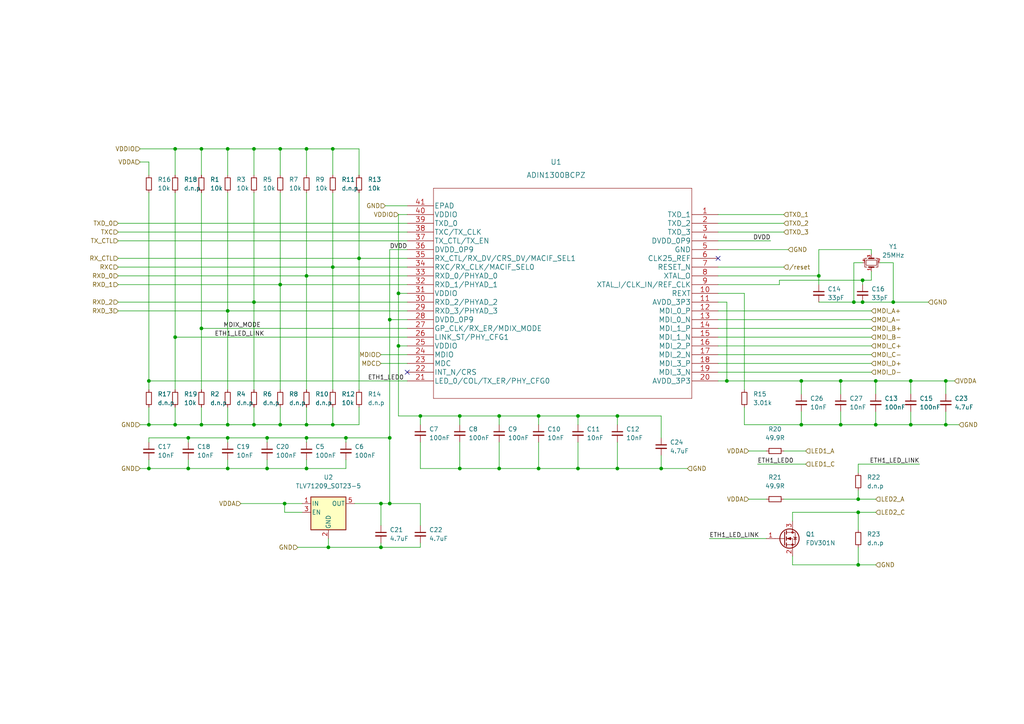
<source format=kicad_sch>
(kicad_sch (version 20211123) (generator eeschema)

  (uuid 1895faed-13c7-4877-930c-ef39a1d7419c)

  (paper "A4")

  (lib_symbols
    (symbol "Device:C_Small" (pin_numbers hide) (pin_names (offset 0.254) hide) (in_bom yes) (on_board yes)
      (property "Reference" "C" (id 0) (at 0.254 1.778 0)
        (effects (font (size 1.27 1.27)) (justify left))
      )
      (property "Value" "C_Small" (id 1) (at 0.254 -2.032 0)
        (effects (font (size 1.27 1.27)) (justify left))
      )
      (property "Footprint" "" (id 2) (at 0 0 0)
        (effects (font (size 1.27 1.27)) hide)
      )
      (property "Datasheet" "~" (id 3) (at 0 0 0)
        (effects (font (size 1.27 1.27)) hide)
      )
      (property "ki_keywords" "capacitor cap" (id 4) (at 0 0 0)
        (effects (font (size 1.27 1.27)) hide)
      )
      (property "ki_description" "Unpolarized capacitor, small symbol" (id 5) (at 0 0 0)
        (effects (font (size 1.27 1.27)) hide)
      )
      (property "ki_fp_filters" "C_*" (id 6) (at 0 0 0)
        (effects (font (size 1.27 1.27)) hide)
      )
      (symbol "C_Small_0_1"
        (polyline
          (pts
            (xy -1.524 -0.508)
            (xy 1.524 -0.508)
          )
          (stroke (width 0.3302) (type default) (color 0 0 0 0))
          (fill (type none))
        )
        (polyline
          (pts
            (xy -1.524 0.508)
            (xy 1.524 0.508)
          )
          (stroke (width 0.3048) (type default) (color 0 0 0 0))
          (fill (type none))
        )
      )
      (symbol "C_Small_1_1"
        (pin passive line (at 0 2.54 270) (length 2.032)
          (name "~" (effects (font (size 1.27 1.27))))
          (number "1" (effects (font (size 1.27 1.27))))
        )
        (pin passive line (at 0 -2.54 90) (length 2.032)
          (name "~" (effects (font (size 1.27 1.27))))
          (number "2" (effects (font (size 1.27 1.27))))
        )
      )
    )
    (symbol "Device:Crystal_GND24_Small" (pin_names (offset 1.016) hide) (in_bom yes) (on_board yes)
      (property "Reference" "Y" (id 0) (at 1.27 4.445 0)
        (effects (font (size 1.27 1.27)) (justify left))
      )
      (property "Value" "Crystal_GND24_Small" (id 1) (at 1.27 2.54 0)
        (effects (font (size 1.27 1.27)) (justify left))
      )
      (property "Footprint" "" (id 2) (at 0 0 0)
        (effects (font (size 1.27 1.27)) hide)
      )
      (property "Datasheet" "~" (id 3) (at 0 0 0)
        (effects (font (size 1.27 1.27)) hide)
      )
      (property "ki_keywords" "quartz ceramic resonator oscillator" (id 4) (at 0 0 0)
        (effects (font (size 1.27 1.27)) hide)
      )
      (property "ki_description" "Four pin crystal, GND on pins 2 and 4, small symbol" (id 5) (at 0 0 0)
        (effects (font (size 1.27 1.27)) hide)
      )
      (property "ki_fp_filters" "Crystal*" (id 6) (at 0 0 0)
        (effects (font (size 1.27 1.27)) hide)
      )
      (symbol "Crystal_GND24_Small_0_1"
        (rectangle (start -0.762 -1.524) (end 0.762 1.524)
          (stroke (width 0) (type default) (color 0 0 0 0))
          (fill (type none))
        )
        (polyline
          (pts
            (xy -1.27 -0.762)
            (xy -1.27 0.762)
          )
          (stroke (width 0.381) (type default) (color 0 0 0 0))
          (fill (type none))
        )
        (polyline
          (pts
            (xy 1.27 -0.762)
            (xy 1.27 0.762)
          )
          (stroke (width 0.381) (type default) (color 0 0 0 0))
          (fill (type none))
        )
        (polyline
          (pts
            (xy -1.27 -1.27)
            (xy -1.27 -1.905)
            (xy 1.27 -1.905)
            (xy 1.27 -1.27)
          )
          (stroke (width 0) (type default) (color 0 0 0 0))
          (fill (type none))
        )
        (polyline
          (pts
            (xy -1.27 1.27)
            (xy -1.27 1.905)
            (xy 1.27 1.905)
            (xy 1.27 1.27)
          )
          (stroke (width 0) (type default) (color 0 0 0 0))
          (fill (type none))
        )
      )
      (symbol "Crystal_GND24_Small_1_1"
        (pin passive line (at -2.54 0 0) (length 1.27)
          (name "1" (effects (font (size 1.27 1.27))))
          (number "1" (effects (font (size 0.762 0.762))))
        )
        (pin passive line (at 0 -2.54 90) (length 0.635)
          (name "2" (effects (font (size 1.27 1.27))))
          (number "2" (effects (font (size 0.762 0.762))))
        )
        (pin passive line (at 2.54 0 180) (length 1.27)
          (name "3" (effects (font (size 1.27 1.27))))
          (number "3" (effects (font (size 0.762 0.762))))
        )
        (pin passive line (at 0 2.54 270) (length 0.635)
          (name "4" (effects (font (size 1.27 1.27))))
          (number "4" (effects (font (size 0.762 0.762))))
        )
      )
    )
    (symbol "Device:Q_NMOS_GSD" (pin_names (offset 0) hide) (in_bom yes) (on_board yes)
      (property "Reference" "Q" (id 0) (at 5.08 1.27 0)
        (effects (font (size 1.27 1.27)) (justify left))
      )
      (property "Value" "Q_NMOS_GSD" (id 1) (at 5.08 -1.27 0)
        (effects (font (size 1.27 1.27)) (justify left))
      )
      (property "Footprint" "" (id 2) (at 5.08 2.54 0)
        (effects (font (size 1.27 1.27)) hide)
      )
      (property "Datasheet" "~" (id 3) (at 0 0 0)
        (effects (font (size 1.27 1.27)) hide)
      )
      (property "ki_keywords" "transistor NMOS N-MOS N-MOSFET" (id 4) (at 0 0 0)
        (effects (font (size 1.27 1.27)) hide)
      )
      (property "ki_description" "N-MOSFET transistor, gate/source/drain" (id 5) (at 0 0 0)
        (effects (font (size 1.27 1.27)) hide)
      )
      (symbol "Q_NMOS_GSD_0_1"
        (polyline
          (pts
            (xy 0.254 0)
            (xy -2.54 0)
          )
          (stroke (width 0) (type default) (color 0 0 0 0))
          (fill (type none))
        )
        (polyline
          (pts
            (xy 0.254 1.905)
            (xy 0.254 -1.905)
          )
          (stroke (width 0.254) (type default) (color 0 0 0 0))
          (fill (type none))
        )
        (polyline
          (pts
            (xy 0.762 -1.27)
            (xy 0.762 -2.286)
          )
          (stroke (width 0.254) (type default) (color 0 0 0 0))
          (fill (type none))
        )
        (polyline
          (pts
            (xy 0.762 0.508)
            (xy 0.762 -0.508)
          )
          (stroke (width 0.254) (type default) (color 0 0 0 0))
          (fill (type none))
        )
        (polyline
          (pts
            (xy 0.762 2.286)
            (xy 0.762 1.27)
          )
          (stroke (width 0.254) (type default) (color 0 0 0 0))
          (fill (type none))
        )
        (polyline
          (pts
            (xy 2.54 2.54)
            (xy 2.54 1.778)
          )
          (stroke (width 0) (type default) (color 0 0 0 0))
          (fill (type none))
        )
        (polyline
          (pts
            (xy 2.54 -2.54)
            (xy 2.54 0)
            (xy 0.762 0)
          )
          (stroke (width 0) (type default) (color 0 0 0 0))
          (fill (type none))
        )
        (polyline
          (pts
            (xy 0.762 -1.778)
            (xy 3.302 -1.778)
            (xy 3.302 1.778)
            (xy 0.762 1.778)
          )
          (stroke (width 0) (type default) (color 0 0 0 0))
          (fill (type none))
        )
        (polyline
          (pts
            (xy 1.016 0)
            (xy 2.032 0.381)
            (xy 2.032 -0.381)
            (xy 1.016 0)
          )
          (stroke (width 0) (type default) (color 0 0 0 0))
          (fill (type outline))
        )
        (polyline
          (pts
            (xy 2.794 0.508)
            (xy 2.921 0.381)
            (xy 3.683 0.381)
            (xy 3.81 0.254)
          )
          (stroke (width 0) (type default) (color 0 0 0 0))
          (fill (type none))
        )
        (polyline
          (pts
            (xy 3.302 0.381)
            (xy 2.921 -0.254)
            (xy 3.683 -0.254)
            (xy 3.302 0.381)
          )
          (stroke (width 0) (type default) (color 0 0 0 0))
          (fill (type none))
        )
        (circle (center 1.651 0) (radius 2.794)
          (stroke (width 0.254) (type default) (color 0 0 0 0))
          (fill (type none))
        )
        (circle (center 2.54 -1.778) (radius 0.254)
          (stroke (width 0) (type default) (color 0 0 0 0))
          (fill (type outline))
        )
        (circle (center 2.54 1.778) (radius 0.254)
          (stroke (width 0) (type default) (color 0 0 0 0))
          (fill (type outline))
        )
      )
      (symbol "Q_NMOS_GSD_1_1"
        (pin input line (at -5.08 0 0) (length 2.54)
          (name "G" (effects (font (size 1.27 1.27))))
          (number "1" (effects (font (size 1.27 1.27))))
        )
        (pin passive line (at 2.54 -5.08 90) (length 2.54)
          (name "S" (effects (font (size 1.27 1.27))))
          (number "2" (effects (font (size 1.27 1.27))))
        )
        (pin passive line (at 2.54 5.08 270) (length 2.54)
          (name "D" (effects (font (size 1.27 1.27))))
          (number "3" (effects (font (size 1.27 1.27))))
        )
      )
    )
    (symbol "Device:R_Small" (pin_numbers hide) (pin_names (offset 0.254) hide) (in_bom yes) (on_board yes)
      (property "Reference" "R" (id 0) (at 0.762 0.508 0)
        (effects (font (size 1.27 1.27)) (justify left))
      )
      (property "Value" "R_Small" (id 1) (at 0.762 -1.016 0)
        (effects (font (size 1.27 1.27)) (justify left))
      )
      (property "Footprint" "" (id 2) (at 0 0 0)
        (effects (font (size 1.27 1.27)) hide)
      )
      (property "Datasheet" "~" (id 3) (at 0 0 0)
        (effects (font (size 1.27 1.27)) hide)
      )
      (property "ki_keywords" "R resistor" (id 4) (at 0 0 0)
        (effects (font (size 1.27 1.27)) hide)
      )
      (property "ki_description" "Resistor, small symbol" (id 5) (at 0 0 0)
        (effects (font (size 1.27 1.27)) hide)
      )
      (property "ki_fp_filters" "R_*" (id 6) (at 0 0 0)
        (effects (font (size 1.27 1.27)) hide)
      )
      (symbol "R_Small_0_1"
        (rectangle (start -0.762 1.778) (end 0.762 -1.778)
          (stroke (width 0.2032) (type default) (color 0 0 0 0))
          (fill (type none))
        )
      )
      (symbol "R_Small_1_1"
        (pin passive line (at 0 2.54 270) (length 0.762)
          (name "~" (effects (font (size 1.27 1.27))))
          (number "1" (effects (font (size 1.27 1.27))))
        )
        (pin passive line (at 0 -2.54 90) (length 0.762)
          (name "~" (effects (font (size 1.27 1.27))))
          (number "2" (effects (font (size 1.27 1.27))))
        )
      )
    )
    (symbol "Regulator_Linear:TLV71209_SOT23-5" (pin_names (offset 0.254)) (in_bom yes) (on_board yes)
      (property "Reference" "U" (id 0) (at -3.81 5.715 0)
        (effects (font (size 1.27 1.27)))
      )
      (property "Value" "TLV71209_SOT23-5" (id 1) (at 0 5.715 0)
        (effects (font (size 1.27 1.27)) (justify left))
      )
      (property "Footprint" "Package_TO_SOT_SMD:SOT-23-5" (id 2) (at 0 8.255 0)
        (effects (font (size 1.27 1.27) italic) hide)
      )
      (property "Datasheet" "http://www.ti.com/lit/ds/symlink/tlv712.pdf" (id 3) (at 0 1.27 0)
        (effects (font (size 1.27 1.27)) hide)
      )
      (property "ki_keywords" "LDO Regulator Fixed Positive" (id 4) (at 0 0 0)
        (effects (font (size 1.27 1.27)) hide)
      )
      (property "ki_description" "300mA Low Dropout Voltage Regulator, Fixed Output 0.9V, SOT-23-5" (id 5) (at 0 0 0)
        (effects (font (size 1.27 1.27)) hide)
      )
      (property "ki_fp_filters" "SOT?23*" (id 6) (at 0 0 0)
        (effects (font (size 1.27 1.27)) hide)
      )
      (symbol "TLV71209_SOT23-5_0_1"
        (rectangle (start -5.08 4.445) (end 5.08 -5.08)
          (stroke (width 0.254) (type default) (color 0 0 0 0))
          (fill (type background))
        )
      )
      (symbol "TLV71209_SOT23-5_1_1"
        (pin power_in line (at -7.62 2.54 0) (length 2.54)
          (name "IN" (effects (font (size 1.27 1.27))))
          (number "1" (effects (font (size 1.27 1.27))))
        )
        (pin power_in line (at 0 -7.62 90) (length 2.54)
          (name "GND" (effects (font (size 1.27 1.27))))
          (number "2" (effects (font (size 1.27 1.27))))
        )
        (pin input line (at -7.62 0 0) (length 2.54)
          (name "EN" (effects (font (size 1.27 1.27))))
          (number "3" (effects (font (size 1.27 1.27))))
        )
        (pin no_connect line (at 5.08 0 180) (length 2.54) hide
          (name "NC" (effects (font (size 1.27 1.27))))
          (number "4" (effects (font (size 1.27 1.27))))
        )
        (pin power_out line (at 7.62 2.54 180) (length 2.54)
          (name "OUT" (effects (font (size 1.27 1.27))))
          (number "5" (effects (font (size 1.27 1.27))))
        )
      )
    )
    (symbol "b108:ADIN1300BCPZ" (pin_names (offset 0.254)) (in_bom yes) (on_board yes)
      (property "Reference" "U" (id 0) (at -20.32 35.56 0)
        (effects (font (size 1.524 1.524)))
      )
      (property "Value" "ADIN1300BCPZ" (id 1) (at -20.32 33.02 0)
        (effects (font (size 1.524 1.524)))
      )
      (property "Footprint" "b108:CP-40-26_ADI" (id 2) (at -20.32 31.496 0)
        (effects (font (size 1.524 1.524)) hide)
      )
      (property "Datasheet" "" (id 3) (at -44.45 22.86 0)
        (effects (font (size 1.524 1.524)))
      )
      (property "ki_fp_filters" "CP-40-26_ADI" (id 4) (at 0 0 0)
        (effects (font (size 1.27 1.27)) hide)
      )
      (symbol "ADIN1300BCPZ_1_1"
        (polyline
          (pts
            (xy -36.83 -30.48)
            (xy 38.1 -30.48)
          )
          (stroke (width 0.127) (type default) (color 0 0 0 0))
          (fill (type none))
        )
        (polyline
          (pts
            (xy -36.83 30.48)
            (xy -36.83 -30.48)
          )
          (stroke (width 0.127) (type default) (color 0 0 0 0))
          (fill (type none))
        )
        (polyline
          (pts
            (xy 38.1 -30.48)
            (xy 38.1 30.48)
          )
          (stroke (width 0.127) (type default) (color 0 0 0 0))
          (fill (type none))
        )
        (polyline
          (pts
            (xy 38.1 30.48)
            (xy -36.83 30.48)
          )
          (stroke (width 0.127) (type default) (color 0 0 0 0))
          (fill (type none))
        )
        (pin unspecified line (at -44.45 22.86 0) (length 7.62)
          (name "TXD_1" (effects (font (size 1.4986 1.4986))))
          (number "1" (effects (font (size 1.4986 1.4986))))
        )
        (pin unspecified line (at -44.45 0 0) (length 7.62)
          (name "REXT" (effects (font (size 1.4986 1.4986))))
          (number "10" (effects (font (size 1.4986 1.4986))))
        )
        (pin unspecified line (at -44.45 -2.54 0) (length 7.62)
          (name "AVDD_3P3" (effects (font (size 1.4986 1.4986))))
          (number "11" (effects (font (size 1.4986 1.4986))))
        )
        (pin unspecified line (at -44.45 -5.08 0) (length 7.62)
          (name "MDI_0_P" (effects (font (size 1.4986 1.4986))))
          (number "12" (effects (font (size 1.4986 1.4986))))
        )
        (pin unspecified line (at -44.45 -7.62 0) (length 7.62)
          (name "MDI_0_N" (effects (font (size 1.4986 1.4986))))
          (number "13" (effects (font (size 1.4986 1.4986))))
        )
        (pin unspecified line (at -44.45 -10.16 0) (length 7.62)
          (name "MDI_1_P" (effects (font (size 1.4986 1.4986))))
          (number "14" (effects (font (size 1.4986 1.4986))))
        )
        (pin unspecified line (at -44.45 -12.7 0) (length 7.62)
          (name "MDI_1_N" (effects (font (size 1.4986 1.4986))))
          (number "15" (effects (font (size 1.4986 1.4986))))
        )
        (pin unspecified line (at -44.45 -15.24 0) (length 7.62)
          (name "MDI_2_P" (effects (font (size 1.4986 1.4986))))
          (number "16" (effects (font (size 1.4986 1.4986))))
        )
        (pin unspecified line (at -44.45 -17.78 0) (length 7.62)
          (name "MDI_2_N" (effects (font (size 1.4986 1.4986))))
          (number "17" (effects (font (size 1.4986 1.4986))))
        )
        (pin unspecified line (at -44.45 -20.32 0) (length 7.62)
          (name "MDI_3_P" (effects (font (size 1.4986 1.4986))))
          (number "18" (effects (font (size 1.4986 1.4986))))
        )
        (pin unspecified line (at -44.45 -22.86 0) (length 7.62)
          (name "MDI_3_N" (effects (font (size 1.4986 1.4986))))
          (number "19" (effects (font (size 1.4986 1.4986))))
        )
        (pin unspecified line (at -44.45 20.32 0) (length 7.62)
          (name "TXD_2" (effects (font (size 1.4986 1.4986))))
          (number "2" (effects (font (size 1.4986 1.4986))))
        )
        (pin unspecified line (at -44.45 -25.4 0) (length 7.62)
          (name "AVDD_3P3" (effects (font (size 1.4986 1.4986))))
          (number "20" (effects (font (size 1.4986 1.4986))))
        )
        (pin unspecified line (at 45.72 -25.4 180) (length 7.62)
          (name "LED_0/COL/TX_ER/PHY_CFG0" (effects (font (size 1.4986 1.4986))))
          (number "21" (effects (font (size 1.4986 1.4986))))
        )
        (pin unspecified line (at 45.72 -22.86 180) (length 7.62)
          (name "INT_N/CRS" (effects (font (size 1.4986 1.4986))))
          (number "22" (effects (font (size 1.4986 1.4986))))
        )
        (pin unspecified line (at 45.72 -20.32 180) (length 7.62)
          (name "MDC" (effects (font (size 1.4986 1.4986))))
          (number "23" (effects (font (size 1.4986 1.4986))))
        )
        (pin unspecified line (at 45.72 -17.78 180) (length 7.62)
          (name "MDIO" (effects (font (size 1.4986 1.4986))))
          (number "24" (effects (font (size 1.4986 1.4986))))
        )
        (pin unspecified line (at 45.72 -15.24 180) (length 7.62)
          (name "VDDIO" (effects (font (size 1.4986 1.4986))))
          (number "25" (effects (font (size 1.4986 1.4986))))
        )
        (pin unspecified line (at 45.72 -12.7 180) (length 7.62)
          (name "LINK_ST/PHY_CFG1" (effects (font (size 1.4986 1.4986))))
          (number "26" (effects (font (size 1.4986 1.4986))))
        )
        (pin unspecified line (at 45.72 -10.16 180) (length 7.62)
          (name "GP_CLK/RX_ER/MDIX_MODE" (effects (font (size 1.4986 1.4986))))
          (number "27" (effects (font (size 1.4986 1.4986))))
        )
        (pin unspecified line (at 45.72 -7.62 180) (length 7.62)
          (name "DVDD_0P9" (effects (font (size 1.4986 1.4986))))
          (number "28" (effects (font (size 1.4986 1.4986))))
        )
        (pin unspecified line (at 45.72 -5.08 180) (length 7.62)
          (name "RXD_3/PHYAD_3" (effects (font (size 1.4986 1.4986))))
          (number "29" (effects (font (size 1.4986 1.4986))))
        )
        (pin unspecified line (at -44.45 17.78 0) (length 7.62)
          (name "TXD_3" (effects (font (size 1.4986 1.4986))))
          (number "3" (effects (font (size 1.4986 1.4986))))
        )
        (pin unspecified line (at 45.72 -2.54 180) (length 7.62)
          (name "RXD_2/PHYAD_2" (effects (font (size 1.4986 1.4986))))
          (number "30" (effects (font (size 1.4986 1.4986))))
        )
        (pin unspecified line (at 45.72 0 180) (length 7.62)
          (name "VDDIO" (effects (font (size 1.4986 1.4986))))
          (number "31" (effects (font (size 1.4986 1.4986))))
        )
        (pin unspecified line (at 45.72 2.54 180) (length 7.62)
          (name "RXD_1/PHYAD_1" (effects (font (size 1.4986 1.4986))))
          (number "32" (effects (font (size 1.4986 1.4986))))
        )
        (pin unspecified line (at 45.72 5.08 180) (length 7.62)
          (name "RXD_0/PHYAD_0" (effects (font (size 1.4986 1.4986))))
          (number "33" (effects (font (size 1.4986 1.4986))))
        )
        (pin unspecified line (at 45.72 7.62 180) (length 7.62)
          (name "RXC/RX_CLK/MACIF_SEL0" (effects (font (size 1.4986 1.4986))))
          (number "34" (effects (font (size 1.4986 1.4986))))
        )
        (pin unspecified line (at 45.72 10.16 180) (length 7.62)
          (name "RX_CTL/RX_DV/CRS_DV/MACIF_SEL1" (effects (font (size 1.4986 1.4986))))
          (number "35" (effects (font (size 1.4986 1.4986))))
        )
        (pin unspecified line (at 45.72 12.7 180) (length 7.62)
          (name "DVDD_0P9" (effects (font (size 1.4986 1.4986))))
          (number "36" (effects (font (size 1.4986 1.4986))))
        )
        (pin unspecified line (at 45.72 15.24 180) (length 7.62)
          (name "TX_CTL/TX_EN" (effects (font (size 1.4986 1.4986))))
          (number "37" (effects (font (size 1.4986 1.4986))))
        )
        (pin unspecified line (at 45.72 17.78 180) (length 7.62)
          (name "TXC/TX_CLK" (effects (font (size 1.4986 1.4986))))
          (number "38" (effects (font (size 1.4986 1.4986))))
        )
        (pin unspecified line (at 45.72 20.32 180) (length 7.62)
          (name "TXD_0" (effects (font (size 1.4986 1.4986))))
          (number "39" (effects (font (size 1.4986 1.4986))))
        )
        (pin unspecified line (at -44.45 15.24 0) (length 7.62)
          (name "DVDD_0P9" (effects (font (size 1.4986 1.4986))))
          (number "4" (effects (font (size 1.4986 1.4986))))
        )
        (pin unspecified line (at 45.72 22.86 180) (length 7.62)
          (name "VDDIO" (effects (font (size 1.4986 1.4986))))
          (number "40" (effects (font (size 1.4986 1.4986))))
        )
        (pin unspecified line (at 45.72 25.4 180) (length 7.62)
          (name "EPAD" (effects (font (size 1.4986 1.4986))))
          (number "41" (effects (font (size 1.4986 1.4986))))
        )
        (pin unspecified line (at -44.45 12.7 0) (length 7.62)
          (name "GND" (effects (font (size 1.4986 1.4986))))
          (number "5" (effects (font (size 1.4986 1.4986))))
        )
        (pin unspecified line (at -44.45 10.16 0) (length 7.62)
          (name "CLK25_REF" (effects (font (size 1.4986 1.4986))))
          (number "6" (effects (font (size 1.4986 1.4986))))
        )
        (pin unspecified line (at -44.45 7.62 0) (length 7.62)
          (name "RESET_N" (effects (font (size 1.4986 1.4986))))
          (number "7" (effects (font (size 1.4986 1.4986))))
        )
        (pin unspecified line (at -44.45 5.08 0) (length 7.62)
          (name "XTAL_O" (effects (font (size 1.4986 1.4986))))
          (number "8" (effects (font (size 1.4986 1.4986))))
        )
        (pin unspecified line (at -44.45 2.54 0) (length 7.62)
          (name "XTAL_I/CLK_IN/REF_CLK" (effects (font (size 1.4986 1.4986))))
          (number "9" (effects (font (size 1.4986 1.4986))))
        )
      )
    )
  )

  (junction (at 191.77 135.89) (diameter 0) (color 0 0 0 0)
    (uuid 00f7c2ce-81e4-472d-a0fa-5172db90e569)
  )
  (junction (at 66.04 43.18) (diameter 0) (color 0 0 0 0)
    (uuid 099286e0-aee0-46a8-86b5-46bc37ee8b9d)
  )
  (junction (at 50.8 123.19) (diameter 0) (color 0 0 0 0)
    (uuid 0c057202-bb96-4abc-bb6a-ab93caca3204)
  )
  (junction (at 113.03 146.05) (diameter 0) (color 0 0 0 0)
    (uuid 0c7ffa54-c653-46bf-ae25-b2a8794d3d64)
  )
  (junction (at 167.64 120.65) (diameter 0) (color 0 0 0 0)
    (uuid 0dc748e7-154f-43cf-8b7c-d61c843fef2a)
  )
  (junction (at 88.9 127) (diameter 0) (color 0 0 0 0)
    (uuid 112b8b00-262f-4619-a868-146e8f9093af)
  )
  (junction (at 73.66 43.18) (diameter 0) (color 0 0 0 0)
    (uuid 1226f6c8-a0cd-41fb-b211-8621be6e13fc)
  )
  (junction (at 115.57 85.09) (diameter 0) (color 0 0 0 0)
    (uuid 137ba4eb-376b-4e52-9482-5d43b4c32f26)
  )
  (junction (at 121.92 120.65) (diameter 0) (color 0 0 0 0)
    (uuid 153d4741-526f-47e3-a6b7-f1b65e2406cd)
  )
  (junction (at 81.28 123.19) (diameter 0) (color 0 0 0 0)
    (uuid 16a14279-59cc-4138-84af-e7fc900ace0a)
  )
  (junction (at 96.52 77.47) (diameter 0) (color 0 0 0 0)
    (uuid 204a1682-eaa2-46d1-9bf5-c02336669c09)
  )
  (junction (at 77.47 135.89) (diameter 0) (color 0 0 0 0)
    (uuid 2136ae97-7132-45a0-a264-d6750e6660f6)
  )
  (junction (at 88.9 135.89) (diameter 0) (color 0 0 0 0)
    (uuid 319d95af-b932-44e9-aff8-859b8e951c9f)
  )
  (junction (at 210.82 110.49) (diameter 0) (color 0 0 0 0)
    (uuid 331fa5e4-1b88-421c-b562-16202e2ae287)
  )
  (junction (at 167.64 135.89) (diameter 0) (color 0 0 0 0)
    (uuid 33bd26a4-844b-4585-87c0-e1feececcb83)
  )
  (junction (at 248.92 144.78) (diameter 0) (color 0 0 0 0)
    (uuid 389fe4c6-4c0a-4927-976b-ab0ee1914672)
  )
  (junction (at 81.28 43.18) (diameter 0) (color 0 0 0 0)
    (uuid 4493fcb8-3d92-4c1a-be15-c1b3ee67c0e9)
  )
  (junction (at 43.18 135.89) (diameter 0) (color 0 0 0 0)
    (uuid 492aa9d5-f145-4579-8957-ec252f055f8e)
  )
  (junction (at 100.33 127) (diameter 0) (color 0 0 0 0)
    (uuid 4b3c950e-49a8-45d2-a1ce-0729509f3f4d)
  )
  (junction (at 144.78 120.65) (diameter 0) (color 0 0 0 0)
    (uuid 5404fb01-2485-4f5e-9769-3230db8d74fb)
  )
  (junction (at 58.42 43.18) (diameter 0) (color 0 0 0 0)
    (uuid 59c946e7-01a8-4ead-8bdf-2b423b228f18)
  )
  (junction (at 144.78 135.89) (diameter 0) (color 0 0 0 0)
    (uuid 5e47a32d-3cd6-4c84-b136-f256443906fc)
  )
  (junction (at 88.9 43.18) (diameter 0) (color 0 0 0 0)
    (uuid 5e550af8-7a8c-4096-8d38-3161f35b84d8)
  )
  (junction (at 243.84 123.19) (diameter 0) (color 0 0 0 0)
    (uuid 611e7cf9-e728-4c82-bf11-36c2c23b5282)
  )
  (junction (at 110.49 158.75) (diameter 0) (color 0 0 0 0)
    (uuid 63e1a71f-3784-4a1a-aecf-cb678ccf7aa4)
  )
  (junction (at 113.03 127) (diameter 0) (color 0 0 0 0)
    (uuid 65de08c1-ff25-4bd6-9bfa-6c5fc0e80946)
  )
  (junction (at 54.61 135.89) (diameter 0) (color 0 0 0 0)
    (uuid 68f652b1-0f86-45a6-97c2-124dd6a0e454)
  )
  (junction (at 179.07 120.65) (diameter 0) (color 0 0 0 0)
    (uuid 698c8acd-f073-4a1c-b9d0-2a6a97188d80)
  )
  (junction (at 250.19 87.63) (diameter 0) (color 0 0 0 0)
    (uuid 6a3f63d2-93f9-4ae6-a2fb-4f594047f71b)
  )
  (junction (at 243.84 110.49) (diameter 0) (color 0 0 0 0)
    (uuid 71cdb180-dccf-49c9-8dcd-b175bd86b660)
  )
  (junction (at 274.32 110.49) (diameter 0) (color 0 0 0 0)
    (uuid 7302e263-1bd3-4047-8f64-447b92db5642)
  )
  (junction (at 254 123.19) (diameter 0) (color 0 0 0 0)
    (uuid 7c83410d-e15b-4bb8-ab1c-ea9f19cdd547)
  )
  (junction (at 96.52 123.19) (diameter 0) (color 0 0 0 0)
    (uuid 7dbdba7b-f5c7-48e8-b980-c2f45f25c615)
  )
  (junction (at 50.8 97.79) (diameter 0) (color 0 0 0 0)
    (uuid 7df673e9-c9d3-4fa3-a3a6-eb20e07d821b)
  )
  (junction (at 232.41 110.49) (diameter 0) (color 0 0 0 0)
    (uuid 82ed0018-2439-4a84-996b-5ef90720a535)
  )
  (junction (at 73.66 123.19) (diameter 0) (color 0 0 0 0)
    (uuid 839691f1-059c-444b-b757-7e95ce57c853)
  )
  (junction (at 248.92 163.83) (diameter 0) (color 0 0 0 0)
    (uuid 857cd476-51e6-4757-a86c-1926ea2aa569)
  )
  (junction (at 50.8 43.18) (diameter 0) (color 0 0 0 0)
    (uuid 890965a4-91e1-4ce6-9b9d-58450d3c3a20)
  )
  (junction (at 237.49 80.01) (diameter 0) (color 0 0 0 0)
    (uuid 8b978a04-936a-4c51-8c14-a8fe939cfbb0)
  )
  (junction (at 96.52 43.18) (diameter 0) (color 0 0 0 0)
    (uuid 8c2c622c-2fba-4dca-ae18-02d63ac458c6)
  )
  (junction (at 247.65 87.63) (diameter 0) (color 0 0 0 0)
    (uuid 8e06412b-662f-44c9-ba9b-0edbaeac7ba5)
  )
  (junction (at 77.47 127) (diameter 0) (color 0 0 0 0)
    (uuid 8e2e74ec-aec0-4624-95d1-8fea8cfc63ae)
  )
  (junction (at 259.08 87.63) (diameter 0) (color 0 0 0 0)
    (uuid 93472d76-56ae-4c6c-b8fb-05922593dfa8)
  )
  (junction (at 58.42 123.19) (diameter 0) (color 0 0 0 0)
    (uuid 9af100f1-4ad1-4a3e-84a6-429cd34b9fa1)
  )
  (junction (at 104.14 74.93) (diameter 0) (color 0 0 0 0)
    (uuid 9af2ad0d-0849-4771-93d8-d36222b0e571)
  )
  (junction (at 133.35 135.89) (diameter 0) (color 0 0 0 0)
    (uuid 9b156c2e-26f7-4b1e-98d5-dabc2cfa68eb)
  )
  (junction (at 81.28 82.55) (diameter 0) (color 0 0 0 0)
    (uuid a7f341c3-417f-43e5-9e47-fe25506a58bf)
  )
  (junction (at 43.18 123.19) (diameter 0) (color 0 0 0 0)
    (uuid ab217533-d64b-4a7a-b9ed-68a70918c4bc)
  )
  (junction (at 133.35 120.65) (diameter 0) (color 0 0 0 0)
    (uuid adc22fca-fbd4-41af-b818-ce0bd4b745a9)
  )
  (junction (at 274.32 123.19) (diameter 0) (color 0 0 0 0)
    (uuid b12bd7de-769a-45f1-bef9-c3bea5bb6091)
  )
  (junction (at 73.66 87.63) (diameter 0) (color 0 0 0 0)
    (uuid b44fd26e-80e2-49db-a0e9-5005f784f23c)
  )
  (junction (at 54.61 127) (diameter 0) (color 0 0 0 0)
    (uuid b94bb492-be9e-41c4-bc98-270ae733978e)
  )
  (junction (at 250.19 81.28) (diameter 0) (color 0 0 0 0)
    (uuid b986df11-0991-440e-b216-4bdbb3b0b672)
  )
  (junction (at 110.49 146.05) (diameter 0) (color 0 0 0 0)
    (uuid b9d51002-5da9-4acd-a179-f06da57ac633)
  )
  (junction (at 156.21 135.89) (diameter 0) (color 0 0 0 0)
    (uuid bb467f2b-38b4-4d2e-941d-5bb0984c85b1)
  )
  (junction (at 232.41 123.19) (diameter 0) (color 0 0 0 0)
    (uuid c0264641-7547-4250-9371-52d538891cdc)
  )
  (junction (at 43.18 110.49) (diameter 0) (color 0 0 0 0)
    (uuid c0f9740a-1d60-4e5c-8980-7d502ac1875a)
  )
  (junction (at 88.9 80.01) (diameter 0) (color 0 0 0 0)
    (uuid c276ce17-73b6-4f42-b04a-2631721bfb50)
  )
  (junction (at 66.04 127) (diameter 0) (color 0 0 0 0)
    (uuid c68102f8-e33b-439b-a579-4c1290605b74)
  )
  (junction (at 66.04 123.19) (diameter 0) (color 0 0 0 0)
    (uuid cd637b45-9582-47df-98d6-6908caa45477)
  )
  (junction (at 156.21 120.65) (diameter 0) (color 0 0 0 0)
    (uuid d0ae8060-4eea-44a1-bab3-aacfbaf8946a)
  )
  (junction (at 66.04 135.89) (diameter 0) (color 0 0 0 0)
    (uuid d2a32026-9e2a-4b6d-9fc6-d39dc6330efb)
  )
  (junction (at 58.42 95.25) (diameter 0) (color 0 0 0 0)
    (uuid d7411446-e3b2-4148-b1cc-4870f3b7034d)
  )
  (junction (at 264.16 123.19) (diameter 0) (color 0 0 0 0)
    (uuid d93ce824-fa84-4538-8570-26172b461b0e)
  )
  (junction (at 66.04 90.17) (diameter 0) (color 0 0 0 0)
    (uuid ddda5f33-9aa7-4f1d-9be3-5f932900c0f1)
  )
  (junction (at 95.25 158.75) (diameter 0) (color 0 0 0 0)
    (uuid e1af3988-cbb6-4b8d-8bb9-7d01a5459d9f)
  )
  (junction (at 179.07 135.89) (diameter 0) (color 0 0 0 0)
    (uuid e276fa80-1741-4322-8004-5519c56154a2)
  )
  (junction (at 115.57 100.33) (diameter 0) (color 0 0 0 0)
    (uuid e28cd2da-463e-4a33-9777-36774ed3da9b)
  )
  (junction (at 254 110.49) (diameter 0) (color 0 0 0 0)
    (uuid e5f424a4-7cfb-4a7c-b59d-443f9a680019)
  )
  (junction (at 88.9 123.19) (diameter 0) (color 0 0 0 0)
    (uuid e8361480-59fb-4d2b-8a00-9f93ebacd60c)
  )
  (junction (at 113.03 92.71) (diameter 0) (color 0 0 0 0)
    (uuid eef389fb-4529-4a36-9391-0e632ca21901)
  )
  (junction (at 82.55 146.05) (diameter 0) (color 0 0 0 0)
    (uuid ef886119-9b52-4962-82ea-095c31230652)
  )
  (junction (at 248.92 148.59) (diameter 0) (color 0 0 0 0)
    (uuid f03b8905-96c5-431d-b18c-d53e0c1c40af)
  )
  (junction (at 264.16 110.49) (diameter 0) (color 0 0 0 0)
    (uuid fb066aa6-11f0-4192-85f4-5e68e71416b8)
  )

  (no_connect (at 208.28 74.93) (uuid 4b02e9f9-01d7-4f9b-a769-7ddd2f517bce))
  (no_connect (at 118.11 107.95) (uuid 86315cb2-c8f6-4243-b881-243b3b5f47e6))

  (wire (pts (xy 81.28 43.18) (xy 88.9 43.18))
    (stroke (width 0) (type default) (color 0 0 0 0))
    (uuid 01e9be8a-cf84-4cea-a032-8206f5b3e09c)
  )
  (wire (pts (xy 254 110.49) (xy 264.16 110.49))
    (stroke (width 0) (type default) (color 0 0 0 0))
    (uuid 027cf936-168c-4162-9d97-7e172befee86)
  )
  (wire (pts (xy 100.33 127) (xy 100.33 128.27))
    (stroke (width 0) (type default) (color 0 0 0 0))
    (uuid 0328b3f9-126f-4548-a2f5-7d68932aef93)
  )
  (wire (pts (xy 208.28 105.41) (xy 252.73 105.41))
    (stroke (width 0) (type default) (color 0 0 0 0))
    (uuid 036f76b4-2ae6-4f64-82e3-3b206a11a7f3)
  )
  (wire (pts (xy 73.66 87.63) (xy 118.11 87.63))
    (stroke (width 0) (type default) (color 0 0 0 0))
    (uuid 038525ac-2668-4774-b7d0-9fff27b20563)
  )
  (wire (pts (xy 118.11 92.71) (xy 113.03 92.71))
    (stroke (width 0) (type default) (color 0 0 0 0))
    (uuid 055721b5-6c49-4cf0-a641-55029be8c514)
  )
  (wire (pts (xy 115.57 62.23) (xy 115.57 85.09))
    (stroke (width 0) (type default) (color 0 0 0 0))
    (uuid 057b4394-de4d-42aa-8413-553cee3e567a)
  )
  (wire (pts (xy 66.04 123.19) (xy 66.04 118.11))
    (stroke (width 0) (type default) (color 0 0 0 0))
    (uuid 05d03e06-9293-4bd7-ae3f-89d2692e9f76)
  )
  (wire (pts (xy 121.92 152.4) (xy 121.92 146.05))
    (stroke (width 0) (type default) (color 0 0 0 0))
    (uuid 069169ae-38ec-4a0d-8635-978da698cc56)
  )
  (wire (pts (xy 96.52 77.47) (xy 96.52 113.03))
    (stroke (width 0) (type default) (color 0 0 0 0))
    (uuid 0854b15f-3925-49a1-873c-dc3381eb6dda)
  )
  (wire (pts (xy 208.28 92.71) (xy 252.73 92.71))
    (stroke (width 0) (type default) (color 0 0 0 0))
    (uuid 088de094-1166-41a0-833f-06bb2ba60a09)
  )
  (wire (pts (xy 118.11 62.23) (xy 115.57 62.23))
    (stroke (width 0) (type default) (color 0 0 0 0))
    (uuid 0926ae2f-c5f3-4680-b0dd-aacc907bf405)
  )
  (wire (pts (xy 96.52 43.18) (xy 104.14 43.18))
    (stroke (width 0) (type default) (color 0 0 0 0))
    (uuid 0be1fc22-b628-451e-8436-a740f57f490c)
  )
  (wire (pts (xy 266.7 134.62) (xy 248.92 134.62))
    (stroke (width 0) (type default) (color 0 0 0 0))
    (uuid 0fe54cdb-9c88-4939-a620-912aba1c19b4)
  )
  (wire (pts (xy 34.29 80.01) (xy 88.9 80.01))
    (stroke (width 0) (type default) (color 0 0 0 0))
    (uuid 10622b8b-3cd5-431c-8722-40e8c457ac50)
  )
  (wire (pts (xy 250.19 87.63) (xy 259.08 87.63))
    (stroke (width 0) (type default) (color 0 0 0 0))
    (uuid 12ef9b7a-466f-4d55-919b-94fcf701f7e0)
  )
  (wire (pts (xy 34.29 87.63) (xy 73.66 87.63))
    (stroke (width 0) (type default) (color 0 0 0 0))
    (uuid 1355b055-6fa1-4b15-ae56-86eadb9289c4)
  )
  (wire (pts (xy 58.42 123.19) (xy 66.04 123.19))
    (stroke (width 0) (type default) (color 0 0 0 0))
    (uuid 14d8bbb6-4370-4b57-b699-b5385c914882)
  )
  (wire (pts (xy 144.78 123.19) (xy 144.78 120.65))
    (stroke (width 0) (type default) (color 0 0 0 0))
    (uuid 164fcaf2-2cc8-42b9-b9f3-065463390486)
  )
  (wire (pts (xy 43.18 128.27) (xy 43.18 127))
    (stroke (width 0) (type default) (color 0 0 0 0))
    (uuid 189ce1a5-7f6c-455c-b566-511b78952824)
  )
  (wire (pts (xy 43.18 110.49) (xy 43.18 113.03))
    (stroke (width 0) (type default) (color 0 0 0 0))
    (uuid 198c78ac-bdb5-434b-b0dc-9695384d894e)
  )
  (wire (pts (xy 121.92 128.27) (xy 121.92 135.89))
    (stroke (width 0) (type default) (color 0 0 0 0))
    (uuid 1a57bd53-6100-4e3f-abc2-bec15678da82)
  )
  (wire (pts (xy 237.49 80.01) (xy 237.49 82.55))
    (stroke (width 0) (type default) (color 0 0 0 0))
    (uuid 1c040224-9e1b-4e5d-a71b-2c6a33ccb760)
  )
  (wire (pts (xy 156.21 120.65) (xy 167.64 120.65))
    (stroke (width 0) (type default) (color 0 0 0 0))
    (uuid 1f1933c2-ff61-4562-958f-87e489de850a)
  )
  (wire (pts (xy 210.82 87.63) (xy 210.82 110.49))
    (stroke (width 0) (type default) (color 0 0 0 0))
    (uuid 24c7fc1c-0772-4a36-8141-ee702967ea55)
  )
  (wire (pts (xy 252.73 72.39) (xy 237.49 72.39))
    (stroke (width 0) (type default) (color 0 0 0 0))
    (uuid 2646e9f6-8499-45de-aba4-5f97a1d799ce)
  )
  (wire (pts (xy 81.28 55.88) (xy 81.28 82.55))
    (stroke (width 0) (type default) (color 0 0 0 0))
    (uuid 26c913a5-b9d8-42c5-a331-464584eb22df)
  )
  (wire (pts (xy 248.92 144.78) (xy 254 144.78))
    (stroke (width 0) (type default) (color 0 0 0 0))
    (uuid 28c767c8-1289-4dca-a1dd-b8abcf7ba100)
  )
  (wire (pts (xy 43.18 50.8) (xy 43.18 46.99))
    (stroke (width 0) (type default) (color 0 0 0 0))
    (uuid 28ec3bb3-e862-4b61-aefb-b1dd53511551)
  )
  (wire (pts (xy 81.28 123.19) (xy 88.9 123.19))
    (stroke (width 0) (type default) (color 0 0 0 0))
    (uuid 2b11ff19-56ec-4c3f-b47d-3f3a72d43089)
  )
  (wire (pts (xy 274.32 119.38) (xy 274.32 123.19))
    (stroke (width 0) (type default) (color 0 0 0 0))
    (uuid 2e4bc4c0-5291-4032-946a-e78a690a8fa7)
  )
  (wire (pts (xy 58.42 55.88) (xy 58.42 95.25))
    (stroke (width 0) (type default) (color 0 0 0 0))
    (uuid 3036ba18-4694-47d4-b427-567925e3ee66)
  )
  (wire (pts (xy 50.8 97.79) (xy 118.11 97.79))
    (stroke (width 0) (type default) (color 0 0 0 0))
    (uuid 31459475-f0fc-47c0-8418-28e191942ed4)
  )
  (wire (pts (xy 88.9 55.88) (xy 88.9 80.01))
    (stroke (width 0) (type default) (color 0 0 0 0))
    (uuid 32421d04-159a-4dcd-9a76-c87e3dfc6d99)
  )
  (wire (pts (xy 274.32 114.3) (xy 274.32 110.49))
    (stroke (width 0) (type default) (color 0 0 0 0))
    (uuid 32f9b98d-40c0-4f93-a805-c806fa831610)
  )
  (wire (pts (xy 274.32 123.19) (xy 278.13 123.19))
    (stroke (width 0) (type default) (color 0 0 0 0))
    (uuid 33209d61-7725-4054-bcc2-83c21b76a809)
  )
  (wire (pts (xy 110.49 146.05) (xy 113.03 146.05))
    (stroke (width 0) (type default) (color 0 0 0 0))
    (uuid 333e1fcc-156d-4751-9ad7-6b33286b7020)
  )
  (wire (pts (xy 58.42 95.25) (xy 58.42 113.03))
    (stroke (width 0) (type default) (color 0 0 0 0))
    (uuid 3455dead-8c3a-455c-a900-bd940bfc2451)
  )
  (wire (pts (xy 34.29 74.93) (xy 104.14 74.93))
    (stroke (width 0) (type default) (color 0 0 0 0))
    (uuid 3534ab72-451d-4db2-aceb-9457c160254e)
  )
  (wire (pts (xy 217.17 144.78) (xy 222.25 144.78))
    (stroke (width 0) (type default) (color 0 0 0 0))
    (uuid 36e16f5a-4afa-4159-9ab3-37f5f70a7655)
  )
  (wire (pts (xy 237.49 87.63) (xy 247.65 87.63))
    (stroke (width 0) (type default) (color 0 0 0 0))
    (uuid 38b16d28-ba6e-4972-83c2-e9ce95dcbba9)
  )
  (wire (pts (xy 208.28 97.79) (xy 252.73 97.79))
    (stroke (width 0) (type default) (color 0 0 0 0))
    (uuid 3954dcfe-ff8e-4360-baf7-577e52092df5)
  )
  (wire (pts (xy 88.9 43.18) (xy 96.52 43.18))
    (stroke (width 0) (type default) (color 0 0 0 0))
    (uuid 397fb9bf-96f4-40a5-b5ef-e26cb3abc8eb)
  )
  (wire (pts (xy 229.87 148.59) (xy 229.87 151.13))
    (stroke (width 0) (type default) (color 0 0 0 0))
    (uuid 3b75b339-65b8-46a5-a0ea-0636424ed899)
  )
  (wire (pts (xy 121.92 135.89) (xy 133.35 135.89))
    (stroke (width 0) (type default) (color 0 0 0 0))
    (uuid 3c852ffd-9c32-4862-aa13-21604e039e5c)
  )
  (wire (pts (xy 205.74 156.21) (xy 222.25 156.21))
    (stroke (width 0) (type default) (color 0 0 0 0))
    (uuid 3ca8de79-7743-447b-b7d1-e3ce4dd3f1b6)
  )
  (wire (pts (xy 248.92 134.62) (xy 248.92 137.16))
    (stroke (width 0) (type default) (color 0 0 0 0))
    (uuid 3e5134ec-5690-4c87-bda5-2f9a7463ccd2)
  )
  (wire (pts (xy 264.16 110.49) (xy 274.32 110.49))
    (stroke (width 0) (type default) (color 0 0 0 0))
    (uuid 3e70694a-21c3-452f-b9de-be8d2c737fc0)
  )
  (wire (pts (xy 104.14 74.93) (xy 118.11 74.93))
    (stroke (width 0) (type default) (color 0 0 0 0))
    (uuid 415da8af-947d-4a02-9f80-32fa0062ed5d)
  )
  (wire (pts (xy 58.42 95.25) (xy 118.11 95.25))
    (stroke (width 0) (type default) (color 0 0 0 0))
    (uuid 43373c32-94a7-4ddc-bebd-5b943730058f)
  )
  (wire (pts (xy 250.19 81.28) (xy 250.19 82.55))
    (stroke (width 0) (type default) (color 0 0 0 0))
    (uuid 433dad98-79c2-4e23-82ca-dffedea2b07c)
  )
  (wire (pts (xy 110.49 102.87) (xy 118.11 102.87))
    (stroke (width 0) (type default) (color 0 0 0 0))
    (uuid 44286f29-757a-424b-92d7-90d10971533e)
  )
  (wire (pts (xy 237.49 72.39) (xy 237.49 80.01))
    (stroke (width 0) (type default) (color 0 0 0 0))
    (uuid 44a05601-9c5d-4256-b124-5cd51b591678)
  )
  (wire (pts (xy 208.28 82.55) (xy 226.06 82.55))
    (stroke (width 0) (type default) (color 0 0 0 0))
    (uuid 456bae0b-5e23-46e1-a191-ae4d3dfe91db)
  )
  (wire (pts (xy 58.42 43.18) (xy 58.42 50.8))
    (stroke (width 0) (type default) (color 0 0 0 0))
    (uuid 45a91e3d-7bc8-48f6-8407-d70acc1d2ec3)
  )
  (wire (pts (xy 208.28 87.63) (xy 210.82 87.63))
    (stroke (width 0) (type default) (color 0 0 0 0))
    (uuid 4a29451c-bb80-4e26-abae-c2ff1ba20f47)
  )
  (wire (pts (xy 81.28 50.8) (xy 81.28 43.18))
    (stroke (width 0) (type default) (color 0 0 0 0))
    (uuid 4a807466-c715-4a89-8f1e-f9b76b54f9c7)
  )
  (wire (pts (xy 110.49 105.41) (xy 118.11 105.41))
    (stroke (width 0) (type default) (color 0 0 0 0))
    (uuid 4c513ac5-7942-4da6-a673-c34f61ed0799)
  )
  (wire (pts (xy 50.8 43.18) (xy 58.42 43.18))
    (stroke (width 0) (type default) (color 0 0 0 0))
    (uuid 4c8a265d-cceb-4720-b8c9-de58e21672fd)
  )
  (wire (pts (xy 69.85 146.05) (xy 82.55 146.05))
    (stroke (width 0) (type default) (color 0 0 0 0))
    (uuid 4e6794d8-5d03-4dff-b239-7da90ca23b53)
  )
  (wire (pts (xy 82.55 146.05) (xy 87.63 146.05))
    (stroke (width 0) (type default) (color 0 0 0 0))
    (uuid 5153323e-861d-4480-9078-d896cf8fce69)
  )
  (wire (pts (xy 167.64 120.65) (xy 179.07 120.65))
    (stroke (width 0) (type default) (color 0 0 0 0))
    (uuid 5363b01f-bc14-42d6-986f-ba5020045e03)
  )
  (wire (pts (xy 248.92 148.59) (xy 248.92 153.67))
    (stroke (width 0) (type default) (color 0 0 0 0))
    (uuid 53d0627a-2b9f-4082-a153-ea8eb8730be5)
  )
  (wire (pts (xy 226.06 81.28) (xy 250.19 81.28))
    (stroke (width 0) (type default) (color 0 0 0 0))
    (uuid 55f0d515-ba3f-4167-b538-629584e4c4a9)
  )
  (wire (pts (xy 215.9 85.09) (xy 208.28 85.09))
    (stroke (width 0) (type default) (color 0 0 0 0))
    (uuid 5756a1cf-ca16-45a2-af13-0d484b054fa9)
  )
  (wire (pts (xy 50.8 123.19) (xy 58.42 123.19))
    (stroke (width 0) (type default) (color 0 0 0 0))
    (uuid 57dace47-f58a-4865-89b7-ccb93ad578dc)
  )
  (wire (pts (xy 73.66 87.63) (xy 73.66 113.03))
    (stroke (width 0) (type default) (color 0 0 0 0))
    (uuid 5876fc65-3863-4127-928e-ead9e889052d)
  )
  (wire (pts (xy 118.11 100.33) (xy 115.57 100.33))
    (stroke (width 0) (type default) (color 0 0 0 0))
    (uuid 5964ebde-c3a8-4e97-a17d-d608d8eff8e0)
  )
  (wire (pts (xy 58.42 123.19) (xy 58.42 118.11))
    (stroke (width 0) (type default) (color 0 0 0 0))
    (uuid 597ac977-b309-43c2-9a31-d2fcebb7aad4)
  )
  (wire (pts (xy 115.57 120.65) (xy 115.57 100.33))
    (stroke (width 0) (type default) (color 0 0 0 0))
    (uuid 59c11714-dc23-4a28-9151-5c83cdf4e7fb)
  )
  (wire (pts (xy 248.92 158.75) (xy 248.92 163.83))
    (stroke (width 0) (type default) (color 0 0 0 0))
    (uuid 5b01d816-4fd8-4e7f-ac18-c63b5a6668bb)
  )
  (wire (pts (xy 77.47 135.89) (xy 88.9 135.89))
    (stroke (width 0) (type default) (color 0 0 0 0))
    (uuid 5c9a17d6-95b1-493e-8151-903363b2b9c4)
  )
  (wire (pts (xy 34.29 82.55) (xy 81.28 82.55))
    (stroke (width 0) (type default) (color 0 0 0 0))
    (uuid 5f0991e5-e7db-4c35-9f65-83426c969356)
  )
  (wire (pts (xy 191.77 132.08) (xy 191.77 135.89))
    (stroke (width 0) (type default) (color 0 0 0 0))
    (uuid 5f673de9-8144-43c6-b657-f765c1faf7db)
  )
  (wire (pts (xy 43.18 135.89) (xy 54.61 135.89))
    (stroke (width 0) (type default) (color 0 0 0 0))
    (uuid 618b0338-3678-4042-822e-f671ba06c0a2)
  )
  (wire (pts (xy 208.28 67.31) (xy 227.33 67.31))
    (stroke (width 0) (type default) (color 0 0 0 0))
    (uuid 643454d4-9835-476b-a666-ae97489e6420)
  )
  (wire (pts (xy 121.92 158.75) (xy 110.49 158.75))
    (stroke (width 0) (type default) (color 0 0 0 0))
    (uuid 65e9ad12-0175-4b4b-b029-53a7cf6fc037)
  )
  (wire (pts (xy 115.57 100.33) (xy 115.57 85.09))
    (stroke (width 0) (type default) (color 0 0 0 0))
    (uuid 6844331f-30b7-4aa0-971c-e0995ebc71f0)
  )
  (wire (pts (xy 54.61 127) (xy 66.04 127))
    (stroke (width 0) (type default) (color 0 0 0 0))
    (uuid 68a49e73-35b2-464e-ba97-90fdddbbc11b)
  )
  (wire (pts (xy 248.92 163.83) (xy 254 163.83))
    (stroke (width 0) (type default) (color 0 0 0 0))
    (uuid 68dfca3c-5555-40f8-8a7e-49cb7e35a327)
  )
  (wire (pts (xy 274.32 110.49) (xy 276.86 110.49))
    (stroke (width 0) (type default) (color 0 0 0 0))
    (uuid 68e100b1-0b49-4b36-9734-7768aab7d2da)
  )
  (wire (pts (xy 66.04 127) (xy 66.04 128.27))
    (stroke (width 0) (type default) (color 0 0 0 0))
    (uuid 69cf16bf-1c5f-4d03-becc-c5339742aad0)
  )
  (wire (pts (xy 66.04 43.18) (xy 73.66 43.18))
    (stroke (width 0) (type default) (color 0 0 0 0))
    (uuid 6aa87be4-0c80-423b-958a-de7cc4fc6da2)
  )
  (wire (pts (xy 88.9 43.18) (xy 88.9 50.8))
    (stroke (width 0) (type default) (color 0 0 0 0))
    (uuid 6b1f1b01-fd79-45fa-8ec2-9280a4e8bfcd)
  )
  (wire (pts (xy 40.64 123.19) (xy 43.18 123.19))
    (stroke (width 0) (type default) (color 0 0 0 0))
    (uuid 6b6a655d-13ea-40ca-85e1-7341922da47a)
  )
  (wire (pts (xy 144.78 120.65) (xy 156.21 120.65))
    (stroke (width 0) (type default) (color 0 0 0 0))
    (uuid 6c594b46-bbfa-4680-a7e9-a4128e721fe7)
  )
  (wire (pts (xy 43.18 55.88) (xy 43.18 110.49))
    (stroke (width 0) (type default) (color 0 0 0 0))
    (uuid 6cc34068-2b65-468e-90e9-af75820f274c)
  )
  (wire (pts (xy 215.9 123.19) (xy 232.41 123.19))
    (stroke (width 0) (type default) (color 0 0 0 0))
    (uuid 6d0b00aa-7770-42f6-a0f2-3e2634b5b0d5)
  )
  (wire (pts (xy 81.28 82.55) (xy 81.28 113.03))
    (stroke (width 0) (type default) (color 0 0 0 0))
    (uuid 6d3b92ee-fcf1-4f6a-9324-69ad473668f8)
  )
  (wire (pts (xy 156.21 120.65) (xy 156.21 123.19))
    (stroke (width 0) (type default) (color 0 0 0 0))
    (uuid 6d3cd552-99ad-45ef-8f1c-2a623b526ac5)
  )
  (wire (pts (xy 121.92 120.65) (xy 115.57 120.65))
    (stroke (width 0) (type default) (color 0 0 0 0))
    (uuid 6e012f58-439b-451d-bbb5-4e05e9febc50)
  )
  (wire (pts (xy 66.04 55.88) (xy 66.04 90.17))
    (stroke (width 0) (type default) (color 0 0 0 0))
    (uuid 6fb77cc8-4df8-4823-9425-13b2100b307d)
  )
  (wire (pts (xy 43.18 110.49) (xy 118.11 110.49))
    (stroke (width 0) (type default) (color 0 0 0 0))
    (uuid 70054342-f1b6-4515-9453-21674d03a903)
  )
  (wire (pts (xy 243.84 110.49) (xy 254 110.49))
    (stroke (width 0) (type default) (color 0 0 0 0))
    (uuid 70619384-cbbc-4574-ab18-8e118bac64d4)
  )
  (wire (pts (xy 113.03 92.71) (xy 113.03 72.39))
    (stroke (width 0) (type default) (color 0 0 0 0))
    (uuid 719f7609-d4e5-4d0c-99ae-ddf5c4c934cd)
  )
  (wire (pts (xy 156.21 135.89) (xy 167.64 135.89))
    (stroke (width 0) (type default) (color 0 0 0 0))
    (uuid 726f3774-223c-4c1a-8010-9ceeeac67b98)
  )
  (wire (pts (xy 88.9 127) (xy 100.33 127))
    (stroke (width 0) (type default) (color 0 0 0 0))
    (uuid 73b8ee7e-6e8e-486d-955b-baa4bdc89742)
  )
  (wire (pts (xy 73.66 43.18) (xy 81.28 43.18))
    (stroke (width 0) (type default) (color 0 0 0 0))
    (uuid 751bcca8-f53c-4127-a274-00e5eb23ff23)
  )
  (wire (pts (xy 133.35 128.27) (xy 133.35 135.89))
    (stroke (width 0) (type default) (color 0 0 0 0))
    (uuid 75d7cc04-75ea-4150-a90c-0561191fbf3f)
  )
  (wire (pts (xy 73.66 123.19) (xy 73.66 118.11))
    (stroke (width 0) (type default) (color 0 0 0 0))
    (uuid 76eb3d00-7c6c-4c55-b6c1-b020f60f5fcd)
  )
  (wire (pts (xy 243.84 123.19) (xy 254 123.19))
    (stroke (width 0) (type default) (color 0 0 0 0))
    (uuid 78b252c5-aadf-4163-9e9a-813fb768e836)
  )
  (wire (pts (xy 156.21 128.27) (xy 156.21 135.89))
    (stroke (width 0) (type default) (color 0 0 0 0))
    (uuid 79cb408d-2804-4675-8aaf-84c749a9441d)
  )
  (wire (pts (xy 66.04 123.19) (xy 73.66 123.19))
    (stroke (width 0) (type default) (color 0 0 0 0))
    (uuid 7a6a762c-d9e8-4475-a45a-8c945c5e1103)
  )
  (wire (pts (xy 217.17 130.81) (xy 222.25 130.81))
    (stroke (width 0) (type default) (color 0 0 0 0))
    (uuid 7c5fd58b-3cf3-400e-8216-1706b2bb35a6)
  )
  (wire (pts (xy 43.18 123.19) (xy 43.18 118.11))
    (stroke (width 0) (type default) (color 0 0 0 0))
    (uuid 7d87d0d2-3361-4589-8b24-d1cd5f459ef9)
  )
  (wire (pts (xy 208.28 100.33) (xy 252.73 100.33))
    (stroke (width 0) (type default) (color 0 0 0 0))
    (uuid 7d99fd5e-a1ba-42a3-8a6a-34efe67f3834)
  )
  (wire (pts (xy 50.8 97.79) (xy 50.8 113.03))
    (stroke (width 0) (type default) (color 0 0 0 0))
    (uuid 7d9d93f5-bd17-403d-b153-021e359f8062)
  )
  (wire (pts (xy 219.71 134.62) (xy 233.68 134.62))
    (stroke (width 0) (type default) (color 0 0 0 0))
    (uuid 7de2b550-4855-4a08-96b3-935de132637a)
  )
  (wire (pts (xy 104.14 55.88) (xy 104.14 74.93))
    (stroke (width 0) (type default) (color 0 0 0 0))
    (uuid 8317e8b6-4fa9-46d2-b53b-24a1b0295238)
  )
  (wire (pts (xy 208.28 110.49) (xy 210.82 110.49))
    (stroke (width 0) (type default) (color 0 0 0 0))
    (uuid 84b15d67-a438-48ef-b42e-d83baafd1a2f)
  )
  (wire (pts (xy 208.28 95.25) (xy 252.73 95.25))
    (stroke (width 0) (type default) (color 0 0 0 0))
    (uuid 850e58b6-c586-4094-9936-66d3d99c9d91)
  )
  (wire (pts (xy 73.66 55.88) (xy 73.66 87.63))
    (stroke (width 0) (type default) (color 0 0 0 0))
    (uuid 865028bb-ce04-4f2c-aef2-a42affc7d82f)
  )
  (wire (pts (xy 248.92 148.59) (xy 254 148.59))
    (stroke (width 0) (type default) (color 0 0 0 0))
    (uuid 8a314301-6671-4cb4-9652-cb5b99c756c9)
  )
  (wire (pts (xy 208.28 107.95) (xy 252.73 107.95))
    (stroke (width 0) (type default) (color 0 0 0 0))
    (uuid 8c480606-9890-4c7f-a231-29e478f38849)
  )
  (wire (pts (xy 66.04 133.35) (xy 66.04 135.89))
    (stroke (width 0) (type default) (color 0 0 0 0))
    (uuid 8ce590dc-dda7-40d7-9a59-eba4773248a4)
  )
  (wire (pts (xy 144.78 128.27) (xy 144.78 135.89))
    (stroke (width 0) (type default) (color 0 0 0 0))
    (uuid 8d5084b9-358f-4c2b-b5b4-84917aa695ad)
  )
  (wire (pts (xy 96.52 123.19) (xy 96.52 118.11))
    (stroke (width 0) (type default) (color 0 0 0 0))
    (uuid 8d5a88d4-4f35-485f-900e-c408ed6cdcbb)
  )
  (wire (pts (xy 264.16 114.3) (xy 264.16 110.49))
    (stroke (width 0) (type default) (color 0 0 0 0))
    (uuid 8ee6116c-5d31-41af-8c54-43b565ee3172)
  )
  (wire (pts (xy 179.07 135.89) (xy 191.77 135.89))
    (stroke (width 0) (type default) (color 0 0 0 0))
    (uuid 9163b045-5449-49fc-843f-b69684721ac4)
  )
  (wire (pts (xy 264.16 123.19) (xy 274.32 123.19))
    (stroke (width 0) (type default) (color 0 0 0 0))
    (uuid 947b4df9-858a-4659-a9e7-f5c062a52b27)
  )
  (wire (pts (xy 167.64 128.27) (xy 167.64 135.89))
    (stroke (width 0) (type default) (color 0 0 0 0))
    (uuid 94de17b0-f339-4c5b-bae2-6b1ddc633c92)
  )
  (wire (pts (xy 113.03 72.39) (xy 118.11 72.39))
    (stroke (width 0) (type default) (color 0 0 0 0))
    (uuid 9560e6a3-8a58-463c-9d44-bc402a218e43)
  )
  (wire (pts (xy 100.33 135.89) (xy 100.33 133.35))
    (stroke (width 0) (type default) (color 0 0 0 0))
    (uuid 96741e5b-dd39-404e-ad72-4f078d28eb1d)
  )
  (wire (pts (xy 34.29 67.31) (xy 118.11 67.31))
    (stroke (width 0) (type default) (color 0 0 0 0))
    (uuid 96b61ac2-5e36-4c3e-9623-51b54a47bcc5)
  )
  (wire (pts (xy 264.16 123.19) (xy 264.16 119.38))
    (stroke (width 0) (type default) (color 0 0 0 0))
    (uuid 9775955f-b2c2-42ea-a8a7-162e2fe3eae3)
  )
  (wire (pts (xy 110.49 157.48) (xy 110.49 158.75))
    (stroke (width 0) (type default) (color 0 0 0 0))
    (uuid 97d8537f-b580-4efc-a81b-987a80f94d61)
  )
  (wire (pts (xy 111.76 59.69) (xy 118.11 59.69))
    (stroke (width 0) (type default) (color 0 0 0 0))
    (uuid 99f8e7b5-3dd1-422e-b90c-2d4a1ed52b5e)
  )
  (wire (pts (xy 208.28 102.87) (xy 252.73 102.87))
    (stroke (width 0) (type default) (color 0 0 0 0))
    (uuid 9af008f9-77aa-47bc-ab28-a27d3a0d7c61)
  )
  (wire (pts (xy 227.33 144.78) (xy 248.92 144.78))
    (stroke (width 0) (type default) (color 0 0 0 0))
    (uuid 9fef0692-fde7-4289-8c12-c97745cac5a8)
  )
  (wire (pts (xy 247.65 87.63) (xy 250.19 87.63))
    (stroke (width 0) (type default) (color 0 0 0 0))
    (uuid a0d42e67-322b-4248-84f9-4701b290afab)
  )
  (wire (pts (xy 50.8 55.88) (xy 50.8 97.79))
    (stroke (width 0) (type default) (color 0 0 0 0))
    (uuid a22b9aef-f5f3-4610-b599-35466371b115)
  )
  (wire (pts (xy 66.04 43.18) (xy 66.04 50.8))
    (stroke (width 0) (type default) (color 0 0 0 0))
    (uuid a2a0b910-2668-485d-acb2-602f86911be6)
  )
  (wire (pts (xy 121.92 120.65) (xy 121.92 123.19))
    (stroke (width 0) (type default) (color 0 0 0 0))
    (uuid a2a15b4f-2e58-4202-a97e-ce29c08bed72)
  )
  (wire (pts (xy 252.73 81.28) (xy 252.73 78.74))
    (stroke (width 0) (type default) (color 0 0 0 0))
    (uuid a355cb4a-c979-46b7-978b-38a2bdc0b88e)
  )
  (wire (pts (xy 247.65 76.2) (xy 250.19 76.2))
    (stroke (width 0) (type default) (color 0 0 0 0))
    (uuid a45a3677-060e-4f57-a5d4-45b2197ca908)
  )
  (wire (pts (xy 167.64 120.65) (xy 167.64 123.19))
    (stroke (width 0) (type default) (color 0 0 0 0))
    (uuid a49fac6d-0781-4686-a81d-5c7df98fe97d)
  )
  (wire (pts (xy 104.14 74.93) (xy 104.14 113.03))
    (stroke (width 0) (type default) (color 0 0 0 0))
    (uuid a54ae022-0783-4601-91c8-a0c0182ff38a)
  )
  (wire (pts (xy 167.64 135.89) (xy 179.07 135.89))
    (stroke (width 0) (type default) (color 0 0 0 0))
    (uuid a595dd37-079b-45b4-8cfe-5b8d4364b971)
  )
  (wire (pts (xy 54.61 135.89) (xy 66.04 135.89))
    (stroke (width 0) (type default) (color 0 0 0 0))
    (uuid a60ddad4-28b0-48e9-8bc9-a6ab34ebe7f8)
  )
  (wire (pts (xy 88.9 123.19) (xy 88.9 118.11))
    (stroke (width 0) (type default) (color 0 0 0 0))
    (uuid a622074d-b7ce-449d-b625-61d8c34a33a5)
  )
  (wire (pts (xy 96.52 77.47) (xy 118.11 77.47))
    (stroke (width 0) (type default) (color 0 0 0 0))
    (uuid a82302b5-acbf-495d-a064-5d02e401b3fe)
  )
  (wire (pts (xy 254 110.49) (xy 254 114.3))
    (stroke (width 0) (type default) (color 0 0 0 0))
    (uuid a85c2c20-5b3b-4dff-bac6-8512e3a92de5)
  )
  (wire (pts (xy 86.36 158.75) (xy 95.25 158.75))
    (stroke (width 0) (type default) (color 0 0 0 0))
    (uuid ad52a7b9-5274-42e4-8468-2c34a50f59ff)
  )
  (wire (pts (xy 208.28 62.23) (xy 227.33 62.23))
    (stroke (width 0) (type default) (color 0 0 0 0))
    (uuid ae95cf86-9924-4425-92b7-da253bbcb6b0)
  )
  (wire (pts (xy 252.73 73.66) (xy 252.73 72.39))
    (stroke (width 0) (type default) (color 0 0 0 0))
    (uuid afe03779-2c60-4e9f-8a5e-ef00da54de69)
  )
  (wire (pts (xy 208.28 90.17) (xy 252.73 90.17))
    (stroke (width 0) (type default) (color 0 0 0 0))
    (uuid b0769dea-4380-46b2-8b82-5841462c9fc3)
  )
  (wire (pts (xy 100.33 127) (xy 113.03 127))
    (stroke (width 0) (type default) (color 0 0 0 0))
    (uuid b2aa52e6-5067-4adc-b59a-7fa5aa757b80)
  )
  (wire (pts (xy 88.9 123.19) (xy 96.52 123.19))
    (stroke (width 0) (type default) (color 0 0 0 0))
    (uuid b2d84904-ad48-4184-b562-5fc72e5cda06)
  )
  (wire (pts (xy 77.47 127) (xy 77.47 128.27))
    (stroke (width 0) (type default) (color 0 0 0 0))
    (uuid b35f931e-3481-4682-b8c5-341eb58d12f7)
  )
  (wire (pts (xy 144.78 120.65) (xy 133.35 120.65))
    (stroke (width 0) (type default) (color 0 0 0 0))
    (uuid b3f90572-fa56-4af5-b668-3a4a2d8bde9c)
  )
  (wire (pts (xy 73.66 123.19) (xy 81.28 123.19))
    (stroke (width 0) (type default) (color 0 0 0 0))
    (uuid b413d63f-5a62-4acd-9c11-7d6397a244b1)
  )
  (wire (pts (xy 50.8 43.18) (xy 50.8 50.8))
    (stroke (width 0) (type default) (color 0 0 0 0))
    (uuid b53642b7-1337-4415-b4ce-d451683b6d84)
  )
  (wire (pts (xy 254 123.19) (xy 264.16 123.19))
    (stroke (width 0) (type default) (color 0 0 0 0))
    (uuid b784ce84-6dc9-4a4a-bae3-631cd34e8ea3)
  )
  (wire (pts (xy 133.35 120.65) (xy 121.92 120.65))
    (stroke (width 0) (type default) (color 0 0 0 0))
    (uuid b819972b-6550-4d8c-a704-1d9e3b1ddc10)
  )
  (wire (pts (xy 232.41 123.19) (xy 243.84 123.19))
    (stroke (width 0) (type default) (color 0 0 0 0))
    (uuid b92d86ab-7fa1-4249-bf2e-8f7bf60ffefd)
  )
  (wire (pts (xy 121.92 157.48) (xy 121.92 158.75))
    (stroke (width 0) (type default) (color 0 0 0 0))
    (uuid b9c06fe6-6b57-4bd8-a142-b760321906b0)
  )
  (wire (pts (xy 96.52 43.18) (xy 96.52 50.8))
    (stroke (width 0) (type default) (color 0 0 0 0))
    (uuid ba9de41b-7764-4d65-80db-7b6b2368022f)
  )
  (wire (pts (xy 34.29 69.85) (xy 118.11 69.85))
    (stroke (width 0) (type default) (color 0 0 0 0))
    (uuid bbdc091e-b0f9-41dc-a592-4b565f820c43)
  )
  (wire (pts (xy 88.9 133.35) (xy 88.9 135.89))
    (stroke (width 0) (type default) (color 0 0 0 0))
    (uuid bc112d1a-e8af-451d-a847-65a426d23b28)
  )
  (wire (pts (xy 66.04 127) (xy 77.47 127))
    (stroke (width 0) (type default) (color 0 0 0 0))
    (uuid bc6c3302-bb8f-41d9-940f-be7a277ec37d)
  )
  (wire (pts (xy 73.66 43.18) (xy 73.66 50.8))
    (stroke (width 0) (type default) (color 0 0 0 0))
    (uuid bc93bdce-3c71-496b-aebf-fca59c963b1c)
  )
  (wire (pts (xy 144.78 135.89) (xy 156.21 135.89))
    (stroke (width 0) (type default) (color 0 0 0 0))
    (uuid bca36599-5d4d-4170-8ed6-f085e7f22648)
  )
  (wire (pts (xy 43.18 127) (xy 54.61 127))
    (stroke (width 0) (type default) (color 0 0 0 0))
    (uuid bd09119a-f9fb-4107-a3c8-ad6cc56193a7)
  )
  (wire (pts (xy 110.49 158.75) (xy 95.25 158.75))
    (stroke (width 0) (type default) (color 0 0 0 0))
    (uuid bed9145e-fca5-4ead-ac9c-f0569f74b327)
  )
  (wire (pts (xy 88.9 128.27) (xy 88.9 127))
    (stroke (width 0) (type default) (color 0 0 0 0))
    (uuid bf9a0f20-fda0-47d8-8ce1-ae9827517eea)
  )
  (wire (pts (xy 96.52 123.19) (xy 104.14 123.19))
    (stroke (width 0) (type default) (color 0 0 0 0))
    (uuid c0404635-3347-4331-b761-ce4fc96fbd5e)
  )
  (wire (pts (xy 113.03 127) (xy 113.03 92.71))
    (stroke (width 0) (type default) (color 0 0 0 0))
    (uuid c04c9806-4ed0-4b51-9793-886accda6ce2)
  )
  (wire (pts (xy 133.35 120.65) (xy 133.35 123.19))
    (stroke (width 0) (type default) (color 0 0 0 0))
    (uuid c1ad680e-f1c2-47ec-a2cb-90e3d3ca3e52)
  )
  (wire (pts (xy 255.27 76.2) (xy 259.08 76.2))
    (stroke (width 0) (type default) (color 0 0 0 0))
    (uuid c26e2e1c-7dea-4392-b2b9-f28eb58d1bc1)
  )
  (wire (pts (xy 110.49 146.05) (xy 110.49 152.4))
    (stroke (width 0) (type default) (color 0 0 0 0))
    (uuid c391099e-501d-4b0d-8338-122733f77fac)
  )
  (wire (pts (xy 208.28 77.47) (xy 227.33 77.47))
    (stroke (width 0) (type default) (color 0 0 0 0))
    (uuid c3947e16-cd85-4559-b126-68733ffd2d73)
  )
  (wire (pts (xy 43.18 133.35) (xy 43.18 135.89))
    (stroke (width 0) (type default) (color 0 0 0 0))
    (uuid c6337ff6-9f4e-4613-912d-334843a854fc)
  )
  (wire (pts (xy 247.65 76.2) (xy 247.65 87.63))
    (stroke (width 0) (type default) (color 0 0 0 0))
    (uuid c727d589-e228-4a63-8397-6f01862f637e)
  )
  (wire (pts (xy 104.14 43.18) (xy 104.14 50.8))
    (stroke (width 0) (type default) (color 0 0 0 0))
    (uuid c8797504-3180-4cbc-9b71-14edab495ce5)
  )
  (wire (pts (xy 66.04 90.17) (xy 118.11 90.17))
    (stroke (width 0) (type default) (color 0 0 0 0))
    (uuid ca22f500-90e5-4621-b2c1-2ac5cdb70b17)
  )
  (wire (pts (xy 179.07 120.65) (xy 179.07 123.19))
    (stroke (width 0) (type default) (color 0 0 0 0))
    (uuid caa8b7fb-8881-4bac-b90f-edad03d5b36b)
  )
  (wire (pts (xy 243.84 110.49) (xy 243.84 114.3))
    (stroke (width 0) (type default) (color 0 0 0 0))
    (uuid caed5c8a-1769-4ecd-88d4-1317c6342de9)
  )
  (wire (pts (xy 34.29 64.77) (xy 118.11 64.77))
    (stroke (width 0) (type default) (color 0 0 0 0))
    (uuid cb0a0ece-ce60-4707-82cf-38f6419a94ce)
  )
  (wire (pts (xy 115.57 85.09) (xy 118.11 85.09))
    (stroke (width 0) (type default) (color 0 0 0 0))
    (uuid cb1dfdbb-0dff-43ed-960b-2bc24c5a9924)
  )
  (wire (pts (xy 191.77 135.89) (xy 199.39 135.89))
    (stroke (width 0) (type default) (color 0 0 0 0))
    (uuid cb918a81-3605-4567-9e73-04f98481915e)
  )
  (wire (pts (xy 77.47 133.35) (xy 77.47 135.89))
    (stroke (width 0) (type default) (color 0 0 0 0))
    (uuid cc923ce6-3e74-4993-a04c-038bc39babbe)
  )
  (wire (pts (xy 215.9 113.03) (xy 215.9 85.09))
    (stroke (width 0) (type default) (color 0 0 0 0))
    (uuid cdd5e0b0-d2b5-4338-a8d4-f897e4661e77)
  )
  (wire (pts (xy 248.92 142.24) (xy 248.92 144.78))
    (stroke (width 0) (type default) (color 0 0 0 0))
    (uuid ce1e47e9-cdca-47c6-bb90-48dbb177158f)
  )
  (wire (pts (xy 66.04 90.17) (xy 66.04 113.03))
    (stroke (width 0) (type default) (color 0 0 0 0))
    (uuid d121fdce-91ef-43a0-b626-2edb21af09c7)
  )
  (wire (pts (xy 210.82 110.49) (xy 232.41 110.49))
    (stroke (width 0) (type default) (color 0 0 0 0))
    (uuid d3164566-99c4-4376-a514-3f091b7d6423)
  )
  (wire (pts (xy 243.84 119.38) (xy 243.84 123.19))
    (stroke (width 0) (type default) (color 0 0 0 0))
    (uuid d409b0f5-f45c-45bc-9e08-b612a7687b0d)
  )
  (wire (pts (xy 232.41 110.49) (xy 232.41 114.3))
    (stroke (width 0) (type default) (color 0 0 0 0))
    (uuid d46cf83d-ba60-4424-9b09-d1cf1fe1562a)
  )
  (wire (pts (xy 229.87 161.29) (xy 229.87 163.83))
    (stroke (width 0) (type default) (color 0 0 0 0))
    (uuid d4d99578-9f12-419a-bc8b-b20361578433)
  )
  (wire (pts (xy 77.47 127) (xy 88.9 127))
    (stroke (width 0) (type default) (color 0 0 0 0))
    (uuid d77d62c9-3ecf-48c6-a937-9c65326b4905)
  )
  (wire (pts (xy 113.03 146.05) (xy 113.03 127))
    (stroke (width 0) (type default) (color 0 0 0 0))
    (uuid d80271ee-fe86-4018-bef4-a0ec2480694a)
  )
  (wire (pts (xy 179.07 120.65) (xy 191.77 120.65))
    (stroke (width 0) (type default) (color 0 0 0 0))
    (uuid d8594dbf-b94a-43e2-a6bd-7c0d71a65c8e)
  )
  (wire (pts (xy 208.28 69.85) (xy 223.52 69.85))
    (stroke (width 0) (type default) (color 0 0 0 0))
    (uuid d87d5e13-1122-4853-8da9-7e88ed66ccaf)
  )
  (wire (pts (xy 232.41 119.38) (xy 232.41 123.19))
    (stroke (width 0) (type default) (color 0 0 0 0))
    (uuid d957eb80-c0c0-4c05-a1c5-07053c4cc188)
  )
  (wire (pts (xy 88.9 80.01) (xy 88.9 113.03))
    (stroke (width 0) (type default) (color 0 0 0 0))
    (uuid d9713452-1006-4e7d-bb83-1498e59c6729)
  )
  (wire (pts (xy 40.64 46.99) (xy 43.18 46.99))
    (stroke (width 0) (type default) (color 0 0 0 0))
    (uuid db24b87f-876f-40b0-9508-be158da290f2)
  )
  (wire (pts (xy 82.55 148.59) (xy 82.55 146.05))
    (stroke (width 0) (type default) (color 0 0 0 0))
    (uuid db3a1be9-1098-4bd5-8531-b79961676e93)
  )
  (wire (pts (xy 96.52 55.88) (xy 96.52 77.47))
    (stroke (width 0) (type default) (color 0 0 0 0))
    (uuid db3ed9c4-bc76-410f-9a25-ebe8cc9ec839)
  )
  (wire (pts (xy 237.49 80.01) (xy 208.28 80.01))
    (stroke (width 0) (type default) (color 0 0 0 0))
    (uuid dbf94b5b-efdb-4187-ba8d-5f7e8cff9000)
  )
  (wire (pts (xy 34.29 77.47) (xy 96.52 77.47))
    (stroke (width 0) (type default) (color 0 0 0 0))
    (uuid dcb5388e-9803-4ce6-b483-a9bdf254b063)
  )
  (wire (pts (xy 88.9 80.01) (xy 118.11 80.01))
    (stroke (width 0) (type default) (color 0 0 0 0))
    (uuid dccb5d99-3e23-4c70-a914-9d759ef4c615)
  )
  (wire (pts (xy 215.9 118.11) (xy 215.9 123.19))
    (stroke (width 0) (type default) (color 0 0 0 0))
    (uuid de1bb3d5-e217-4bcd-b6b5-87afc710b942)
  )
  (wire (pts (xy 102.87 146.05) (xy 110.49 146.05))
    (stroke (width 0) (type default) (color 0 0 0 0))
    (uuid dfe6bb7c-b630-4825-8bea-c46d04895483)
  )
  (wire (pts (xy 229.87 148.59) (xy 248.92 148.59))
    (stroke (width 0) (type default) (color 0 0 0 0))
    (uuid e11ee7a2-cd1b-4921-b5ba-3769f475f978)
  )
  (wire (pts (xy 40.64 43.18) (xy 50.8 43.18))
    (stroke (width 0) (type default) (color 0 0 0 0))
    (uuid e11f4761-344c-4d78-9669-9ee74e3ceb7b)
  )
  (wire (pts (xy 226.06 82.55) (xy 226.06 81.28))
    (stroke (width 0) (type default) (color 0 0 0 0))
    (uuid e3a40b39-d0a7-464b-af77-59b4a44aa5c8)
  )
  (wire (pts (xy 88.9 135.89) (xy 100.33 135.89))
    (stroke (width 0) (type default) (color 0 0 0 0))
    (uuid e4083922-0b00-442c-ba82-8bd1b13a3739)
  )
  (wire (pts (xy 81.28 123.19) (xy 81.28 118.11))
    (stroke (width 0) (type default) (color 0 0 0 0))
    (uuid e4c237d9-df49-4627-8526-08af760375c3)
  )
  (wire (pts (xy 50.8 123.19) (xy 50.8 118.11))
    (stroke (width 0) (type default) (color 0 0 0 0))
    (uuid e966e821-28a6-4463-a7f2-3de854c3b5bb)
  )
  (wire (pts (xy 121.92 146.05) (xy 113.03 146.05))
    (stroke (width 0) (type default) (color 0 0 0 0))
    (uuid e9c4a74a-eec5-4b68-8c1c-340d06149f0f)
  )
  (wire (pts (xy 227.33 130.81) (xy 233.68 130.81))
    (stroke (width 0) (type default) (color 0 0 0 0))
    (uuid ea574562-9c8a-400a-90b6-f88bd8ac9b33)
  )
  (wire (pts (xy 191.77 120.65) (xy 191.77 127))
    (stroke (width 0) (type default) (color 0 0 0 0))
    (uuid ebf1ac2b-e7ee-47ac-a2ab-90f660670aa5)
  )
  (wire (pts (xy 81.28 82.55) (xy 118.11 82.55))
    (stroke (width 0) (type default) (color 0 0 0 0))
    (uuid ed133221-d5f1-44fc-9051-dec3f0c006d2)
  )
  (wire (pts (xy 58.42 43.18) (xy 66.04 43.18))
    (stroke (width 0) (type default) (color 0 0 0 0))
    (uuid ee628592-b4a9-43bb-89b7-574b5f6cbffa)
  )
  (wire (pts (xy 133.35 135.89) (xy 144.78 135.89))
    (stroke (width 0) (type default) (color 0 0 0 0))
    (uuid ef9004dc-74de-4433-910e-99308737d30c)
  )
  (wire (pts (xy 66.04 135.89) (xy 77.47 135.89))
    (stroke (width 0) (type default) (color 0 0 0 0))
    (uuid ef931e8c-09bc-4bd7-9454-fc4f979b311c)
  )
  (wire (pts (xy 87.63 148.59) (xy 82.55 148.59))
    (stroke (width 0) (type default) (color 0 0 0 0))
    (uuid efa5cc64-24a6-4641-8471-95042fb1202c)
  )
  (wire (pts (xy 54.61 127) (xy 54.61 128.27))
    (stroke (width 0) (type default) (color 0 0 0 0))
    (uuid efdb8503-90b2-4201-b027-16fcf3845bc3)
  )
  (wire (pts (xy 208.28 64.77) (xy 227.33 64.77))
    (stroke (width 0) (type default) (color 0 0 0 0))
    (uuid f016c0f0-656a-4913-b1ba-aab120f5f827)
  )
  (wire (pts (xy 179.07 128.27) (xy 179.07 135.89))
    (stroke (width 0) (type default) (color 0 0 0 0))
    (uuid f1439320-66b9-4f41-987a-43713720018c)
  )
  (wire (pts (xy 259.08 76.2) (xy 259.08 87.63))
    (stroke (width 0) (type default) (color 0 0 0 0))
    (uuid f31a2bad-9573-4971-8b06-2ddeaa1c6014)
  )
  (wire (pts (xy 54.61 133.35) (xy 54.61 135.89))
    (stroke (width 0) (type default) (color 0 0 0 0))
    (uuid f672d75b-599c-47c0-9b9f-c2bf5e7c3977)
  )
  (wire (pts (xy 232.41 110.49) (xy 243.84 110.49))
    (stroke (width 0) (type default) (color 0 0 0 0))
    (uuid f6908ce6-5f07-4141-9215-f8dbcc3734ad)
  )
  (wire (pts (xy 259.08 87.63) (xy 269.24 87.63))
    (stroke (width 0) (type default) (color 0 0 0 0))
    (uuid f6f95d82-8990-41d3-938f-0f2dd64c186e)
  )
  (wire (pts (xy 254 119.38) (xy 254 123.19))
    (stroke (width 0) (type default) (color 0 0 0 0))
    (uuid f793f6e2-143d-4880-9ef3-819cc3734d6e)
  )
  (wire (pts (xy 40.64 135.89) (xy 43.18 135.89))
    (stroke (width 0) (type default) (color 0 0 0 0))
    (uuid f84b82bb-48f5-4374-9d6e-48953e827990)
  )
  (wire (pts (xy 229.87 163.83) (xy 248.92 163.83))
    (stroke (width 0) (type default) (color 0 0 0 0))
    (uuid f871ce02-4022-4d3d-8c56-7e9c12d29afe)
  )
  (wire (pts (xy 43.18 123.19) (xy 50.8 123.19))
    (stroke (width 0) (type default) (color 0 0 0 0))
    (uuid f8dd378f-ab6e-4341-afa3-fb652def4300)
  )
  (wire (pts (xy 34.29 90.17) (xy 66.04 90.17))
    (stroke (width 0) (type default) (color 0 0 0 0))
    (uuid fa808d48-3e90-41ed-b660-4a0ea090575c)
  )
  (wire (pts (xy 95.25 158.75) (xy 95.25 156.21))
    (stroke (width 0) (type default) (color 0 0 0 0))
    (uuid fc5dfd19-0889-4138-8d3e-e0f2a075c61d)
  )
  (wire (pts (xy 208.28 72.39) (xy 228.6 72.39))
    (stroke (width 0) (type default) (color 0 0 0 0))
    (uuid fd063418-ebaf-43f0-b241-03e69ab98436)
  )
  (wire (pts (xy 250.19 81.28) (xy 252.73 81.28))
    (stroke (width 0) (type default) (color 0 0 0 0))
    (uuid feeee4d0-cff8-44bc-a4da-d3358b7534ec)
  )
  (wire (pts (xy 104.14 123.19) (xy 104.14 118.11))
    (stroke (width 0) (type default) (color 0 0 0 0))
    (uuid ffac3610-25dd-47ea-b474-87c4b2458e9c)
  )

  (label "ETH1_LED0" (at 219.71 134.62 0)
    (effects (font (size 1.27 1.27)) (justify left bottom))
    (uuid 0ce0f51d-5182-4679-a0fb-34ff9c782405)
  )
  (label "ETH1_LED_LINK" (at 266.7 134.62 180)
    (effects (font (size 1.27 1.27)) (justify right bottom))
    (uuid 0d67609c-bce0-4c0f-96f8-39ce883fd863)
  )
  (label "ETH1_LED_LINK" (at 62.23 97.79 0)
    (effects (font (size 1.27 1.27)) (justify left bottom))
    (uuid 37ccaf62-8c75-44ef-aba2-c7eca1d03c18)
  )
  (label "DVDD" (at 113.03 72.39 0)
    (effects (font (size 1.27 1.27)) (justify left bottom))
    (uuid 422f4769-dd65-41d9-bc38-16a2dc7e9e9a)
  )
  (label "ETH1_LED_LINK" (at 205.74 156.21 0)
    (effects (font (size 1.27 1.27)) (justify left bottom))
    (uuid 70cfe4d7-626d-496b-99a3-c6946d35049e)
  )
  (label "MDIX_MODE" (at 64.77 95.25 0)
    (effects (font (size 1.27 1.27)) (justify left bottom))
    (uuid a0d00d14-d5d2-4026-9c06-2563ed644dda)
  )
  (label "DVDD" (at 223.52 69.85 180)
    (effects (font (size 1.27 1.27)) (justify right bottom))
    (uuid b5abb90f-a92f-4b8f-9df1-34ce191908e9)
  )
  (label "ETH1_LED0" (at 106.68 110.49 0)
    (effects (font (size 1.27 1.27)) (justify left bottom))
    (uuid d14be0b1-893d-4279-bc3b-0a43bfd9635f)
  )

  (hierarchical_label "MDI_D-" (shape input) (at 252.73 107.95 0)
    (effects (font (size 1.27 1.27)) (justify left))
    (uuid 078ca7c8-f32d-4cd7-a517-c1c7aa322fe1)
  )
  (hierarchical_label "VDDA" (shape input) (at 69.85 146.05 180)
    (effects (font (size 1.27 1.27)) (justify right))
    (uuid 0b8fa23e-4ad3-4048-ba0a-df6ce7532bf5)
  )
  (hierarchical_label "LED1_C" (shape input) (at 233.68 134.62 0)
    (effects (font (size 1.27 1.27)) (justify left))
    (uuid 11afc978-1fac-4e44-ad52-5f52fb30dbc7)
  )
  (hierarchical_label "TXD_3" (shape input) (at 227.33 67.31 0)
    (effects (font (size 1.27 1.27)) (justify left))
    (uuid 126d6d06-c608-4072-8c80-e505c36981e0)
  )
  (hierarchical_label "MDIO" (shape input) (at 110.49 102.87 180)
    (effects (font (size 1.27 1.27)) (justify right))
    (uuid 1a004301-ae31-41ce-b89a-a5929c127238)
  )
  (hierarchical_label "GND" (shape input) (at 111.76 59.69 180)
    (effects (font (size 1.27 1.27)) (justify right))
    (uuid 260ef99f-8e6c-4394-99b5-77ac57151935)
  )
  (hierarchical_label "VDDA" (shape input) (at 217.17 144.78 180)
    (effects (font (size 1.27 1.27)) (justify right))
    (uuid 2f980aaa-8e7a-4a5b-ad91-27bab11b10f7)
  )
  (hierarchical_label "GND" (shape input) (at 40.64 123.19 180)
    (effects (font (size 1.27 1.27)) (justify right))
    (uuid 37dd8763-c544-4887-bcee-ed138aae654b)
  )
  (hierarchical_label "GND" (shape input) (at 228.6 72.39 0)
    (effects (font (size 1.27 1.27)) (justify left))
    (uuid 3a157695-9c71-4123-9d47-e9f157bde643)
  )
  (hierarchical_label "MDI_A+" (shape input) (at 252.73 90.17 0)
    (effects (font (size 1.27 1.27)) (justify left))
    (uuid 4260e21c-8951-4826-8670-0e7df77f086d)
  )
  (hierarchical_label "RX_CTL" (shape input) (at 34.29 74.93 180)
    (effects (font (size 1.27 1.27)) (justify right))
    (uuid 45a88332-b00a-40d8-9d5e-4f623b735536)
  )
  (hierarchical_label "MDI_C+" (shape input) (at 252.73 100.33 0)
    (effects (font (size 1.27 1.27)) (justify left))
    (uuid 49863efc-b95d-4072-9bc2-c455bf9ed11c)
  )
  (hierarchical_label "RXC" (shape input) (at 34.29 77.47 180)
    (effects (font (size 1.27 1.27)) (justify right))
    (uuid 50430a89-71b7-40ae-adbc-c8385061d284)
  )
  (hierarchical_label "LED2_A" (shape input) (at 254 144.78 0)
    (effects (font (size 1.27 1.27)) (justify left))
    (uuid 50b59172-cc62-4cf3-97ab-139e43458071)
  )
  (hierarchical_label "RXD_0" (shape input) (at 34.29 80.01 180)
    (effects (font (size 1.27 1.27)) (justify right))
    (uuid 55d9ea6e-d97c-471f-b216-d9ed2ff8faae)
  )
  (hierarchical_label "GND" (shape input) (at 269.24 87.63 0)
    (effects (font (size 1.27 1.27)) (justify left))
    (uuid 5e55ef8b-6566-4621-b970-36336f436eec)
  )
  (hierarchical_label "MDI_D+" (shape input) (at 252.73 105.41 0)
    (effects (font (size 1.27 1.27)) (justify left))
    (uuid 620c8e33-4ec7-4602-9a0b-c2dca29e4b41)
  )
  (hierarchical_label "RXD_2" (shape input) (at 34.29 87.63 180)
    (effects (font (size 1.27 1.27)) (justify right))
    (uuid 72c448f9-266f-441e-aa47-46c8bf31dee1)
  )
  (hierarchical_label "TXD_1" (shape input) (at 227.33 62.23 0)
    (effects (font (size 1.27 1.27)) (justify left))
    (uuid 749e4929-6540-478f-aaeb-3258e1cda368)
  )
  (hierarchical_label "VDDA" (shape input) (at 276.86 110.49 0)
    (effects (font (size 1.27 1.27)) (justify left))
    (uuid 79877e9c-d91d-4c6d-a673-6f06d8526a65)
  )
  (hierarchical_label "TXD_2" (shape input) (at 227.33 64.77 0)
    (effects (font (size 1.27 1.27)) (justify left))
    (uuid 7a34349a-2f39-437a-b6f1-31658f84db68)
  )
  (hierarchical_label "TX_CTL" (shape input) (at 34.29 69.85 180)
    (effects (font (size 1.27 1.27)) (justify right))
    (uuid 7d3a863e-c0b5-4fc8-94fe-c2239ba87a80)
  )
  (hierarchical_label "GND" (shape input) (at 278.13 123.19 0)
    (effects (font (size 1.27 1.27)) (justify left))
    (uuid 85bae751-68ff-4966-99d6-6ff006c5f54b)
  )
  (hierarchical_label "MDI_B+" (shape input) (at 252.73 95.25 0)
    (effects (font (size 1.27 1.27)) (justify left))
    (uuid 864d70e1-3049-4855-b368-0cb652483ca8)
  )
  (hierarchical_label "MDI_B-" (shape input) (at 252.73 97.79 0)
    (effects (font (size 1.27 1.27)) (justify left))
    (uuid 8d578332-dd6f-4882-8af6-ea23463ca283)
  )
  (hierarchical_label "RXD_1" (shape input) (at 34.29 82.55 180)
    (effects (font (size 1.27 1.27)) (justify right))
    (uuid 8e567ba3-ac8c-43b6-88d4-9ab21705c2c2)
  )
  (hierarchical_label "MDI_C-" (shape input) (at 252.73 102.87 0)
    (effects (font (size 1.27 1.27)) (justify left))
    (uuid 9eb8a51c-2589-40a9-b057-f513e1d26873)
  )
  (hierarchical_label "VDDA" (shape input) (at 217.17 130.81 180)
    (effects (font (size 1.27 1.27)) (justify right))
    (uuid a2e05cd9-0121-46be-a19b-c499769bc1a4)
  )
  (hierarchical_label "LED1_A" (shape input) (at 233.68 130.81 0)
    (effects (font (size 1.27 1.27)) (justify left))
    (uuid a3ed30c3-ef62-4065-8657-272caae00fc3)
  )
  (hierarchical_label "GND" (shape input) (at 86.36 158.75 180)
    (effects (font (size 1.27 1.27)) (justify right))
    (uuid ba9427ec-f78e-4897-a31b-9bbcc707b5fe)
  )
  (hierarchical_label "TXD_0" (shape input) (at 34.29 64.77 180)
    (effects (font (size 1.27 1.27)) (justify right))
    (uuid ba94d1ec-b93a-4614-a6c5-d2c71549ef21)
  )
  (hierarchical_label "RXD_3" (shape input) (at 34.29 90.17 180)
    (effects (font (size 1.27 1.27)) (justify right))
    (uuid c0eca84d-0086-45a6-b679-622f5d1dc162)
  )
  (hierarchical_label "GND" (shape input) (at 254 163.83 0)
    (effects (font (size 1.27 1.27)) (justify left))
    (uuid c4f42c0a-ece9-4291-8c11-2621b65e2a11)
  )
  (hierarchical_label "{slash}reset" (shape input) (at 227.33 77.47 0)
    (effects (font (size 1.27 1.27)) (justify left))
    (uuid c86a9083-98eb-4418-9930-8016bcb0bdc2)
  )
  (hierarchical_label "GND" (shape input) (at 199.39 135.89 0)
    (effects (font (size 1.27 1.27)) (justify left))
    (uuid cadfcc06-6cde-4302-9f29-de13349edfcf)
  )
  (hierarchical_label "VDDA" (shape input) (at 40.64 46.99 180)
    (effects (font (size 1.27 1.27)) (justify right))
    (uuid cc13aa5c-a645-4c64-afae-b803d835d805)
  )
  (hierarchical_label "MDC" (shape input) (at 110.49 105.41 180)
    (effects (font (size 1.27 1.27)) (justify right))
    (uuid d398d14f-847e-42ab-ac8b-19d517cda68b)
  )
  (hierarchical_label "MDI_A-" (shape input) (at 252.73 92.71 0)
    (effects (font (size 1.27 1.27)) (justify left))
    (uuid db7784e0-0f58-4998-88c8-37b0b997fa27)
  )
  (hierarchical_label "VDDIO" (shape input) (at 40.64 43.18 180)
    (effects (font (size 1.27 1.27)) (justify right))
    (uuid e7871ef9-2080-4424-8b69-a2a7605c6b28)
  )
  (hierarchical_label "TXC" (shape input) (at 34.29 67.31 180)
    (effects (font (size 1.27 1.27)) (justify right))
    (uuid e98c5341-b029-43a0-b80f-ed606e6a9dfe)
  )
  (hierarchical_label "GND" (shape input) (at 40.64 135.89 180)
    (effects (font (size 1.27 1.27)) (justify right))
    (uuid eabcd82b-2849-4963-8f80-d8ea1c3fc359)
  )
  (hierarchical_label "LED2_C" (shape input) (at 254 148.59 0)
    (effects (font (size 1.27 1.27)) (justify left))
    (uuid ec016d06-e2db-47ea-a0a6-0eabaf17119a)
  )
  (hierarchical_label "VDDIO" (shape input) (at 115.57 62.23 180)
    (effects (font (size 1.27 1.27)) (justify right))
    (uuid ed8529c0-bbd1-4540-9729-74251b4142cf)
  )

  (symbol (lib_id "Device:C_Small") (at 250.19 85.09 0) (unit 1)
    (in_bom yes) (on_board yes) (fields_autoplaced)
    (uuid 0422ed6d-762a-4d84-a004-65b75adb4976)
    (property "Reference" "C16" (id 0) (at 252.73 83.8262 0)
      (effects (font (size 1.27 1.27)) (justify left))
    )
    (property "Value" "33pF" (id 1) (at 252.73 86.3662 0)
      (effects (font (size 1.27 1.27)) (justify left))
    )
    (property "Footprint" "Capacitor_SMD:C_0603_1608Metric" (id 2) (at 250.19 85.09 0)
      (effects (font (size 1.27 1.27)) hide)
    )
    (property "Datasheet" "~" (id 3) (at 250.19 85.09 0)
      (effects (font (size 1.27 1.27)) hide)
    )
    (pin "1" (uuid 9b19945b-3e53-4db2-ba4d-c8f1615bca9e))
    (pin "2" (uuid be973e59-77ee-481a-9809-0cde462081c1))
  )

  (symbol (lib_id "Device:C_Small") (at 133.35 125.73 0) (unit 1)
    (in_bom yes) (on_board yes) (fields_autoplaced)
    (uuid 081d0958-062e-4d0a-b133-d3f515aa7273)
    (property "Reference" "C8" (id 0) (at 135.89 124.4662 0)
      (effects (font (size 1.27 1.27)) (justify left))
    )
    (property "Value" "100nF" (id 1) (at 135.89 127.0062 0)
      (effects (font (size 1.27 1.27)) (justify left))
    )
    (property "Footprint" "Capacitor_SMD:C_0603_1608Metric" (id 2) (at 133.35 125.73 0)
      (effects (font (size 1.27 1.27)) hide)
    )
    (property "Datasheet" "~" (id 3) (at 133.35 125.73 0)
      (effects (font (size 1.27 1.27)) hide)
    )
    (pin "1" (uuid 7e961cb5-0982-4008-ad47-5936f27323ab))
    (pin "2" (uuid d1398a37-02c7-4637-88ad-b6d0812d0508))
  )

  (symbol (lib_id "Device:Crystal_GND24_Small") (at 252.73 76.2 90) (unit 1)
    (in_bom yes) (on_board yes) (fields_autoplaced)
    (uuid 0861efd3-3cb4-48c3-b5a2-ed5e66477613)
    (property "Reference" "Y1" (id 0) (at 259.08 71.501 90))
    (property "Value" "25MHz" (id 1) (at 259.08 74.041 90))
    (property "Footprint" "Crystal:Crystal_SMD_Abracon_ABM8G-4Pin_3.2x2.5mm" (id 2) (at 252.73 76.2 0)
      (effects (font (size 1.27 1.27)) hide)
    )
    (property "Datasheet" "~" (id 3) (at 252.73 76.2 0)
      (effects (font (size 1.27 1.27)) hide)
    )
    (pin "1" (uuid d8d16191-7726-4677-a82f-0341cb76a22e))
    (pin "2" (uuid fc9c2a73-24a5-4e86-8870-6149f23c906f))
    (pin "3" (uuid e75b22ca-02f3-4d90-bf6f-457578c897c6))
    (pin "4" (uuid ac285696-0f72-4c7a-8371-d03273f192ed))
  )

  (symbol (lib_id "Device:R_Small") (at 66.04 115.57 0) (unit 1)
    (in_bom yes) (on_board yes) (fields_autoplaced)
    (uuid 08f544bf-950d-4044-a5da-852d706def17)
    (property "Reference" "R4" (id 0) (at 68.58 114.2999 0)
      (effects (font (size 1.27 1.27)) (justify left))
    )
    (property "Value" "d.n.p" (id 1) (at 68.58 116.8399 0)
      (effects (font (size 1.27 1.27)) (justify left))
    )
    (property "Footprint" "Resistor_SMD:R_0603_1608Metric" (id 2) (at 66.04 115.57 0)
      (effects (font (size 1.27 1.27)) hide)
    )
    (property "Datasheet" "~" (id 3) (at 66.04 115.57 0)
      (effects (font (size 1.27 1.27)) hide)
    )
    (pin "1" (uuid 0a762463-e313-41f9-a0d4-fbeaba51a613))
    (pin "2" (uuid 86f8682c-5b69-418b-a517-1d015471419b))
  )

  (symbol (lib_id "Device:R_Small") (at 224.79 130.81 90) (unit 1)
    (in_bom yes) (on_board yes) (fields_autoplaced)
    (uuid 115bee44-a848-45a5-9fe5-477d88d00ebe)
    (property "Reference" "R20" (id 0) (at 224.79 124.46 90))
    (property "Value" "49.9R" (id 1) (at 224.79 127 90))
    (property "Footprint" "Resistor_SMD:R_0603_1608Metric" (id 2) (at 224.79 130.81 0)
      (effects (font (size 1.27 1.27)) hide)
    )
    (property "Datasheet" "~" (id 3) (at 224.79 130.81 0)
      (effects (font (size 1.27 1.27)) hide)
    )
    (pin "1" (uuid eaa9d80c-0015-4bee-8f6f-b21b3c2cbc04))
    (pin "2" (uuid 771e61b9-7244-4381-a439-37dfde7f3ebf))
  )

  (symbol (lib_id "Device:C_Small") (at 237.49 85.09 0) (unit 1)
    (in_bom yes) (on_board yes) (fields_autoplaced)
    (uuid 160292ac-bdc2-4e02-826c-4d8220a39fcc)
    (property "Reference" "C14" (id 0) (at 240.03 83.8262 0)
      (effects (font (size 1.27 1.27)) (justify left))
    )
    (property "Value" "33pF" (id 1) (at 240.03 86.3662 0)
      (effects (font (size 1.27 1.27)) (justify left))
    )
    (property "Footprint" "Capacitor_SMD:C_0603_1608Metric" (id 2) (at 237.49 85.09 0)
      (effects (font (size 1.27 1.27)) hide)
    )
    (property "Datasheet" "~" (id 3) (at 237.49 85.09 0)
      (effects (font (size 1.27 1.27)) hide)
    )
    (pin "1" (uuid a52ab79d-fdc1-43d8-bf5c-4666056c916f))
    (pin "2" (uuid b73ab7e1-112b-4635-9812-b9763f902dc1))
  )

  (symbol (lib_id "Device:C_Small") (at 191.77 129.54 0) (unit 1)
    (in_bom yes) (on_board yes) (fields_autoplaced)
    (uuid 19c2d9fb-15e5-42c4-ba94-6edfb719ae9c)
    (property "Reference" "C24" (id 0) (at 194.31 128.2762 0)
      (effects (font (size 1.27 1.27)) (justify left))
    )
    (property "Value" "4.7uF" (id 1) (at 194.31 130.8162 0)
      (effects (font (size 1.27 1.27)) (justify left))
    )
    (property "Footprint" "Capacitor_SMD:C_0603_1608Metric" (id 2) (at 191.77 129.54 0)
      (effects (font (size 1.27 1.27)) hide)
    )
    (property "Datasheet" "~" (id 3) (at 191.77 129.54 0)
      (effects (font (size 1.27 1.27)) hide)
    )
    (pin "1" (uuid f3bf0eca-e47d-42ee-8e36-da848ef2568d))
    (pin "2" (uuid c2719216-b80b-4532-a55f-60edc3703c45))
  )

  (symbol (lib_id "Device:R_Small") (at 96.52 53.34 0) (unit 1)
    (in_bom yes) (on_board yes) (fields_autoplaced)
    (uuid 1a08c448-99d3-4475-90dd-9b83d19c7d0f)
    (property "Reference" "R11" (id 0) (at 99.06 52.0699 0)
      (effects (font (size 1.27 1.27)) (justify left))
    )
    (property "Value" "d.n.p" (id 1) (at 99.06 54.6099 0)
      (effects (font (size 1.27 1.27)) (justify left))
    )
    (property "Footprint" "Resistor_SMD:R_0603_1608Metric" (id 2) (at 96.52 53.34 0)
      (effects (font (size 1.27 1.27)) hide)
    )
    (property "Datasheet" "~" (id 3) (at 96.52 53.34 0)
      (effects (font (size 1.27 1.27)) hide)
    )
    (pin "1" (uuid 16bbedce-cc41-4649-a52d-0be88da8637d))
    (pin "2" (uuid b4730708-9645-457f-81cb-15c4258fd210))
  )

  (symbol (lib_id "Device:R_Small") (at 81.28 115.57 0) (unit 1)
    (in_bom yes) (on_board yes) (fields_autoplaced)
    (uuid 1c082de6-1dca-46ce-8e50-b3bfc48e05a5)
    (property "Reference" "R8" (id 0) (at 83.82 114.2999 0)
      (effects (font (size 1.27 1.27)) (justify left))
    )
    (property "Value" "d.n.p" (id 1) (at 83.82 116.8399 0)
      (effects (font (size 1.27 1.27)) (justify left))
    )
    (property "Footprint" "Resistor_SMD:R_0603_1608Metric" (id 2) (at 81.28 115.57 0)
      (effects (font (size 1.27 1.27)) hide)
    )
    (property "Datasheet" "~" (id 3) (at 81.28 115.57 0)
      (effects (font (size 1.27 1.27)) hide)
    )
    (pin "1" (uuid b35a6583-f3f5-4d53-bca2-ae005b5e46f7))
    (pin "2" (uuid cbf7445d-63dd-4dad-91a4-e6a628b20bf5))
  )

  (symbol (lib_id "Device:R_Small") (at 104.14 115.57 0) (unit 1)
    (in_bom yes) (on_board yes) (fields_autoplaced)
    (uuid 1d877ce2-6bb2-42d7-a295-23dd4d38e96d)
    (property "Reference" "R14" (id 0) (at 106.68 114.2999 0)
      (effects (font (size 1.27 1.27)) (justify left))
    )
    (property "Value" "d.n.p" (id 1) (at 106.68 116.8399 0)
      (effects (font (size 1.27 1.27)) (justify left))
    )
    (property "Footprint" "Resistor_SMD:R_0603_1608Metric" (id 2) (at 104.14 115.57 0)
      (effects (font (size 1.27 1.27)) hide)
    )
    (property "Datasheet" "~" (id 3) (at 104.14 115.57 0)
      (effects (font (size 1.27 1.27)) hide)
    )
    (pin "1" (uuid bc78e38c-cb46-430c-8d9f-03c27bb06b10))
    (pin "2" (uuid c6d001b0-f283-4374-aa52-8b84a86d6cc6))
  )

  (symbol (lib_id "Device:R_Small") (at 43.18 53.34 0) (unit 1)
    (in_bom yes) (on_board yes) (fields_autoplaced)
    (uuid 2722678c-1188-43c3-bb97-f670d37b824b)
    (property "Reference" "R16" (id 0) (at 45.72 52.0699 0)
      (effects (font (size 1.27 1.27)) (justify left))
    )
    (property "Value" "10k" (id 1) (at 45.72 54.6099 0)
      (effects (font (size 1.27 1.27)) (justify left))
    )
    (property "Footprint" "Resistor_SMD:R_0603_1608Metric" (id 2) (at 43.18 53.34 0)
      (effects (font (size 1.27 1.27)) hide)
    )
    (property "Datasheet" "~" (id 3) (at 43.18 53.34 0)
      (effects (font (size 1.27 1.27)) hide)
    )
    (pin "1" (uuid 0ee12790-41f2-4810-8b5a-692c59a3c913))
    (pin "2" (uuid 30cd0c2b-9c6f-4870-ae3d-c30caee36bd0))
  )

  (symbol (lib_id "Device:C_Small") (at 156.21 125.73 0) (unit 1)
    (in_bom yes) (on_board yes) (fields_autoplaced)
    (uuid 27f27365-7509-40e7-8a0f-848c0f719a88)
    (property "Reference" "C10" (id 0) (at 158.75 124.4662 0)
      (effects (font (size 1.27 1.27)) (justify left))
    )
    (property "Value" "10nF" (id 1) (at 158.75 127.0062 0)
      (effects (font (size 1.27 1.27)) (justify left))
    )
    (property "Footprint" "Capacitor_SMD:C_0603_1608Metric" (id 2) (at 156.21 125.73 0)
      (effects (font (size 1.27 1.27)) hide)
    )
    (property "Datasheet" "~" (id 3) (at 156.21 125.73 0)
      (effects (font (size 1.27 1.27)) hide)
    )
    (pin "1" (uuid f20c34a9-7f21-4bb7-99aa-0fefb206903a))
    (pin "2" (uuid eb904972-1cc5-4e62-af7e-24450b598966))
  )

  (symbol (lib_id "Device:C_Small") (at 232.41 116.84 0) (unit 1)
    (in_bom yes) (on_board yes) (fields_autoplaced)
    (uuid 2a627073-c22e-41b5-aa23-c73c44aaf70c)
    (property "Reference" "C26" (id 0) (at 234.95 115.5762 0)
      (effects (font (size 1.27 1.27)) (justify left))
    )
    (property "Value" "10nF" (id 1) (at 234.95 118.1162 0)
      (effects (font (size 1.27 1.27)) (justify left))
    )
    (property "Footprint" "Capacitor_SMD:C_0603_1608Metric" (id 2) (at 232.41 116.84 0)
      (effects (font (size 1.27 1.27)) hide)
    )
    (property "Datasheet" "~" (id 3) (at 232.41 116.84 0)
      (effects (font (size 1.27 1.27)) hide)
    )
    (pin "1" (uuid 47e5f8f0-ffe2-4128-afd4-0e487cc0cb22))
    (pin "2" (uuid 561609f3-59c4-4c18-8a16-0b143c7c642c))
  )

  (symbol (lib_id "b108:ADIN1300BCPZ") (at 163.83 85.09 0) (mirror y) (unit 1)
    (in_bom yes) (on_board yes)
    (uuid 2c0d953e-d7da-4ec0-8b6b-f539fd7e75dd)
    (property "Reference" "U1" (id 0) (at 161.29 46.99 0)
      (effects (font (size 1.524 1.524)))
    )
    (property "Value" "ADIN1300BCPZ" (id 1) (at 161.29 50.8 0)
      (effects (font (size 1.524 1.524)))
    )
    (property "Footprint" "b108:ADIN1300BCPZ" (id 2) (at 97.79 78.994 0)
      (effects (font (size 1.524 1.524)) hide)
    )
    (property "Datasheet" "" (id 3) (at 163.83 85.09 0)
      (effects (font (size 1.524 1.524)))
    )
    (pin "1" (uuid 55a71bee-fde6-43d2-91f6-c9ad4db0245b))
    (pin "10" (uuid d0065f24-c6e3-4b73-b755-67111996a285))
    (pin "11" (uuid bfa10c9f-092b-46f8-8ed1-aebc2268b75a))
    (pin "12" (uuid 53fb395e-1ca3-475b-8537-7a3e2c3b9ef4))
    (pin "13" (uuid 6c2682c7-69c8-4a72-925a-ab2ac63b5198))
    (pin "14" (uuid 530c5909-e139-4524-b37d-8d177788ca29))
    (pin "15" (uuid 4970d0ef-e71a-49e2-9eb7-a9ee040cac90))
    (pin "16" (uuid ec41a0b4-343f-4ebf-bdc3-197352992a8f))
    (pin "17" (uuid 03e13d34-bcaa-4d4a-930c-13f3dcc23df2))
    (pin "18" (uuid b17cbb0b-3500-42ac-a060-f4f8dd744806))
    (pin "19" (uuid 4b963563-508c-4f90-a1f0-be51f38ef9fb))
    (pin "2" (uuid 81175748-ab53-4f55-80b7-9b55e745e08c))
    (pin "20" (uuid fe9a6fd0-e332-427e-82f2-4de22392edaf))
    (pin "21" (uuid fa1009b3-d876-46e5-8ca5-427d57a76dce))
    (pin "22" (uuid d7c87b9d-0758-408c-932a-de3570d77cd9))
    (pin "23" (uuid c966a338-e5a3-4f77-9375-77f2678e5663))
    (pin "24" (uuid 99762b12-8ef0-4e30-8c82-6cc02479f844))
    (pin "25" (uuid 0fdf3a0b-124f-42fd-9a1d-3771f50b79da))
    (pin "26" (uuid 7be45573-8cf8-4b26-9a50-e8e58e47449e))
    (pin "27" (uuid dc7c8084-92ac-49c7-b46c-7c40ee5ddd63))
    (pin "28" (uuid 1355cd6d-0d00-45bb-a7c5-d7d2965d1584))
    (pin "29" (uuid b61e78ae-5c7b-4dd8-a23c-ce6088a552f0))
    (pin "3" (uuid e9790924-159c-4cbf-93c5-980218ae9cbe))
    (pin "30" (uuid 1d1ad3a5-2594-4413-af90-d4d8bc9042c9))
    (pin "31" (uuid 523acd6d-22af-42bd-97e0-4a46a35e8252))
    (pin "32" (uuid d90da1b1-7c44-4d2d-b8d5-ddc6591fe4d6))
    (pin "33" (uuid 4ee99e08-87d8-4388-963c-2af4fe6bacc2))
    (pin "34" (uuid a5faad8f-1098-40b8-8058-8675f72e13d2))
    (pin "35" (uuid 2d19eaf7-b3e3-4e1c-b2d1-64a78712d2a9))
    (pin "36" (uuid b7b9b7b1-5a64-45dd-9c63-09e06971fc2a))
    (pin "37" (uuid d851a4c1-4513-4f66-b418-5f0d40c4f98f))
    (pin "38" (uuid 4652a697-ae9e-4488-831a-3b0131de68b1))
    (pin "39" (uuid a2c89143-3267-4a46-b682-e5d547b98312))
    (pin "4" (uuid f6489f1f-3589-4cd3-a501-69915072fbbd))
    (pin "40" (uuid 352b98d5-8d9a-4a52-843d-1896de85e74f))
    (pin "41" (uuid 3ba79bfa-aa5d-4ac6-ac31-31cd32848c05))
    (pin "5" (uuid 86a2340b-32b3-4156-b574-9088323eb050))
    (pin "6" (uuid b3a742bf-bc94-47fe-b5bb-e80b3b4a65ad))
    (pin "7" (uuid 35bbc536-40c3-4219-bedc-5bfe9d666b63))
    (pin "8" (uuid 4dbb4a2f-3099-4572-9da6-7f3eff862013))
    (pin "9" (uuid a2856edd-c249-4d71-8060-0ade237cceac))
  )

  (symbol (lib_id "Device:C_Small") (at 43.18 130.81 0) (unit 1)
    (in_bom yes) (on_board yes) (fields_autoplaced)
    (uuid 353bdcd6-1e94-4a48-bb48-2dd662f2fb58)
    (property "Reference" "C17" (id 0) (at 45.72 129.5462 0)
      (effects (font (size 1.27 1.27)) (justify left))
    )
    (property "Value" "10nF" (id 1) (at 45.72 132.0862 0)
      (effects (font (size 1.27 1.27)) (justify left))
    )
    (property "Footprint" "Capacitor_SMD:C_0603_1608Metric" (id 2) (at 43.18 130.81 0)
      (effects (font (size 1.27 1.27)) hide)
    )
    (property "Datasheet" "~" (id 3) (at 43.18 130.81 0)
      (effects (font (size 1.27 1.27)) hide)
    )
    (pin "1" (uuid 4c81cefe-59ee-44a8-99ca-401a42820ff9))
    (pin "2" (uuid f2f244c0-2f2d-4495-ad87-f0a33472ce13))
  )

  (symbol (lib_id "Device:C_Small") (at 243.84 116.84 0) (unit 1)
    (in_bom yes) (on_board yes) (fields_autoplaced)
    (uuid 428aef96-912d-4f60-b694-d2e3e1d041a9)
    (property "Reference" "C27" (id 0) (at 246.38 115.5762 0)
      (effects (font (size 1.27 1.27)) (justify left))
    )
    (property "Value" "10nF" (id 1) (at 246.38 118.1162 0)
      (effects (font (size 1.27 1.27)) (justify left))
    )
    (property "Footprint" "Capacitor_SMD:C_0603_1608Metric" (id 2) (at 243.84 116.84 0)
      (effects (font (size 1.27 1.27)) hide)
    )
    (property "Datasheet" "~" (id 3) (at 243.84 116.84 0)
      (effects (font (size 1.27 1.27)) hide)
    )
    (pin "1" (uuid 3c8f166a-c665-4982-8499-ee10ccdd5731))
    (pin "2" (uuid 19a0c72c-0f5f-4fde-836a-96665507f919))
  )

  (symbol (lib_id "Device:R_Small") (at 248.92 156.21 180) (unit 1)
    (in_bom yes) (on_board yes) (fields_autoplaced)
    (uuid 44f8776a-31f8-4a5d-afb3-c8c5ff96b759)
    (property "Reference" "R23" (id 0) (at 251.46 154.9399 0)
      (effects (font (size 1.27 1.27)) (justify right))
    )
    (property "Value" "d.n.p" (id 1) (at 251.46 157.4799 0)
      (effects (font (size 1.27 1.27)) (justify right))
    )
    (property "Footprint" "Resistor_SMD:R_0603_1608Metric" (id 2) (at 248.92 156.21 0)
      (effects (font (size 1.27 1.27)) hide)
    )
    (property "Datasheet" "~" (id 3) (at 248.92 156.21 0)
      (effects (font (size 1.27 1.27)) hide)
    )
    (pin "1" (uuid 43966c8d-8c1b-4d1f-a78d-4e466b3c325d))
    (pin "2" (uuid b47ea9b5-3a91-411f-ba86-c254976baeec))
  )

  (symbol (lib_id "Device:R_Small") (at 248.92 139.7 180) (unit 1)
    (in_bom yes) (on_board yes) (fields_autoplaced)
    (uuid 476ab46a-9ce2-4baf-a108-6ce5b50b881c)
    (property "Reference" "R22" (id 0) (at 251.46 138.4299 0)
      (effects (font (size 1.27 1.27)) (justify right))
    )
    (property "Value" "d.n.p" (id 1) (at 251.46 140.9699 0)
      (effects (font (size 1.27 1.27)) (justify right))
    )
    (property "Footprint" "Resistor_SMD:R_0603_1608Metric" (id 2) (at 248.92 139.7 0)
      (effects (font (size 1.27 1.27)) hide)
    )
    (property "Datasheet" "~" (id 3) (at 248.92 139.7 0)
      (effects (font (size 1.27 1.27)) hide)
    )
    (pin "1" (uuid e42e6eca-adeb-45ef-b386-13800b00d7b2))
    (pin "2" (uuid b564ae4a-a004-4b4d-8e97-15494d999b83))
  )

  (symbol (lib_id "Device:C_Small") (at 66.04 130.81 0) (unit 1)
    (in_bom yes) (on_board yes) (fields_autoplaced)
    (uuid 4a28e3b1-90f0-408f-b667-d8378d22cddb)
    (property "Reference" "C19" (id 0) (at 68.58 129.5462 0)
      (effects (font (size 1.27 1.27)) (justify left))
    )
    (property "Value" "10nF" (id 1) (at 68.58 132.0862 0)
      (effects (font (size 1.27 1.27)) (justify left))
    )
    (property "Footprint" "Capacitor_SMD:C_0603_1608Metric" (id 2) (at 66.04 130.81 0)
      (effects (font (size 1.27 1.27)) hide)
    )
    (property "Datasheet" "~" (id 3) (at 66.04 130.81 0)
      (effects (font (size 1.27 1.27)) hide)
    )
    (pin "1" (uuid 87631693-9b8b-4b73-a600-9c86b3f72483))
    (pin "2" (uuid 7d694082-9a82-4efb-b7a3-bba6612fdcd7))
  )

  (symbol (lib_id "Device:C_Small") (at 77.47 130.81 0) (unit 1)
    (in_bom yes) (on_board yes) (fields_autoplaced)
    (uuid 4a6bdcbc-4f87-4568-a137-40e9e11d1298)
    (property "Reference" "C20" (id 0) (at 80.01 129.5462 0)
      (effects (font (size 1.27 1.27)) (justify left))
    )
    (property "Value" "100nF" (id 1) (at 80.01 132.0862 0)
      (effects (font (size 1.27 1.27)) (justify left))
    )
    (property "Footprint" "Capacitor_SMD:C_0603_1608Metric" (id 2) (at 77.47 130.81 0)
      (effects (font (size 1.27 1.27)) hide)
    )
    (property "Datasheet" "~" (id 3) (at 77.47 130.81 0)
      (effects (font (size 1.27 1.27)) hide)
    )
    (pin "1" (uuid 2a22fc24-76d2-454c-a9ae-9cea768595d3))
    (pin "2" (uuid 3b6f76f2-bfb8-41b7-a250-2db3633ec992))
  )

  (symbol (lib_id "Device:C_Small") (at 167.64 125.73 0) (unit 1)
    (in_bom yes) (on_board yes) (fields_autoplaced)
    (uuid 595f582b-5ee4-4610-92d2-c176ccd3cece)
    (property "Reference" "C11" (id 0) (at 170.18 124.4662 0)
      (effects (font (size 1.27 1.27)) (justify left))
    )
    (property "Value" "10nF" (id 1) (at 170.18 127.0062 0)
      (effects (font (size 1.27 1.27)) (justify left))
    )
    (property "Footprint" "Capacitor_SMD:C_0603_1608Metric" (id 2) (at 167.64 125.73 0)
      (effects (font (size 1.27 1.27)) hide)
    )
    (property "Datasheet" "~" (id 3) (at 167.64 125.73 0)
      (effects (font (size 1.27 1.27)) hide)
    )
    (pin "1" (uuid c0624bc7-0570-4779-bfab-fc070dae10c3))
    (pin "2" (uuid 334553dc-67a3-410c-947d-d7a69556f40d))
  )

  (symbol (lib_id "Device:C_Small") (at 100.33 130.81 0) (unit 1)
    (in_bom yes) (on_board yes) (fields_autoplaced)
    (uuid 5a07f03d-8ce6-4429-a911-2e22bed6c97f)
    (property "Reference" "C6" (id 0) (at 102.87 129.5462 0)
      (effects (font (size 1.27 1.27)) (justify left))
    )
    (property "Value" "100nF" (id 1) (at 102.87 132.0862 0)
      (effects (font (size 1.27 1.27)) (justify left))
    )
    (property "Footprint" "Capacitor_SMD:C_0603_1608Metric" (id 2) (at 100.33 130.81 0)
      (effects (font (size 1.27 1.27)) hide)
    )
    (property "Datasheet" "~" (id 3) (at 100.33 130.81 0)
      (effects (font (size 1.27 1.27)) hide)
    )
    (pin "1" (uuid 35cfdb15-7509-40e9-9ddc-2708061eb7cb))
    (pin "2" (uuid d6b54266-b34e-494a-97ca-37b27ec24f3a))
  )

  (symbol (lib_id "Device:C_Small") (at 274.32 116.84 0) (unit 1)
    (in_bom yes) (on_board yes) (fields_autoplaced)
    (uuid 5f1693eb-449c-49cc-840b-859b6c4872b7)
    (property "Reference" "C23" (id 0) (at 276.86 115.5762 0)
      (effects (font (size 1.27 1.27)) (justify left))
    )
    (property "Value" "4.7uF" (id 1) (at 276.86 118.1162 0)
      (effects (font (size 1.27 1.27)) (justify left))
    )
    (property "Footprint" "Capacitor_SMD:C_0603_1608Metric" (id 2) (at 274.32 116.84 0)
      (effects (font (size 1.27 1.27)) hide)
    )
    (property "Datasheet" "~" (id 3) (at 274.32 116.84 0)
      (effects (font (size 1.27 1.27)) hide)
    )
    (pin "1" (uuid d44ec471-90f3-4f37-b178-a6497ab08fc5))
    (pin "2" (uuid d12dc240-d3a1-4316-abdc-51df63f30eb5))
  )

  (symbol (lib_id "Device:R_Small") (at 58.42 53.34 0) (unit 1)
    (in_bom yes) (on_board yes) (fields_autoplaced)
    (uuid 645717e1-56ef-46f1-8399-882106ee0f0a)
    (property "Reference" "R1" (id 0) (at 60.96 52.0699 0)
      (effects (font (size 1.27 1.27)) (justify left))
    )
    (property "Value" "10k" (id 1) (at 60.96 54.6099 0)
      (effects (font (size 1.27 1.27)) (justify left))
    )
    (property "Footprint" "Resistor_SMD:R_0603_1608Metric" (id 2) (at 58.42 53.34 0)
      (effects (font (size 1.27 1.27)) hide)
    )
    (property "Datasheet" "~" (id 3) (at 58.42 53.34 0)
      (effects (font (size 1.27 1.27)) hide)
    )
    (pin "1" (uuid b5e45428-f2f5-43a2-a33f-1d2a4e094b70))
    (pin "2" (uuid c167680c-7449-438c-a747-90894ad1b393))
  )

  (symbol (lib_id "Device:R_Small") (at 50.8 53.34 0) (unit 1)
    (in_bom yes) (on_board yes) (fields_autoplaced)
    (uuid 691868bc-1371-4907-92d4-b9453495953c)
    (property "Reference" "R18" (id 0) (at 53.34 52.0699 0)
      (effects (font (size 1.27 1.27)) (justify left))
    )
    (property "Value" "d.n.p" (id 1) (at 53.34 54.6099 0)
      (effects (font (size 1.27 1.27)) (justify left))
    )
    (property "Footprint" "Resistor_SMD:R_0603_1608Metric" (id 2) (at 50.8 53.34 0)
      (effects (font (size 1.27 1.27)) hide)
    )
    (property "Datasheet" "~" (id 3) (at 50.8 53.34 0)
      (effects (font (size 1.27 1.27)) hide)
    )
    (pin "1" (uuid 69a169b6-b3bb-4cc9-bb46-61a55bcabffb))
    (pin "2" (uuid 3964b609-cd6c-48f5-bda2-0699f7585725))
  )

  (symbol (lib_id "Device:R_Small") (at 50.8 115.57 0) (unit 1)
    (in_bom yes) (on_board yes) (fields_autoplaced)
    (uuid 70b28093-5b5c-4815-aa22-cd269af827c8)
    (property "Reference" "R19" (id 0) (at 53.34 114.2999 0)
      (effects (font (size 1.27 1.27)) (justify left))
    )
    (property "Value" "10k" (id 1) (at 53.34 116.8399 0)
      (effects (font (size 1.27 1.27)) (justify left))
    )
    (property "Footprint" "Resistor_SMD:R_0603_1608Metric" (id 2) (at 50.8 115.57 0)
      (effects (font (size 1.27 1.27)) hide)
    )
    (property "Datasheet" "~" (id 3) (at 50.8 115.57 0)
      (effects (font (size 1.27 1.27)) hide)
    )
    (pin "1" (uuid 91e42a39-081b-4ae6-88a7-771a27271434))
    (pin "2" (uuid 2b15a41f-a7c4-456d-9414-19377b763466))
  )

  (symbol (lib_id "Device:R_Small") (at 73.66 53.34 0) (unit 1)
    (in_bom yes) (on_board yes) (fields_autoplaced)
    (uuid 76b90afd-9afb-4ea6-9ba7-c4b53cb90660)
    (property "Reference" "R5" (id 0) (at 76.2 52.0699 0)
      (effects (font (size 1.27 1.27)) (justify left))
    )
    (property "Value" "10k" (id 1) (at 76.2 54.6099 0)
      (effects (font (size 1.27 1.27)) (justify left))
    )
    (property "Footprint" "Resistor_SMD:R_0603_1608Metric" (id 2) (at 73.66 53.34 0)
      (effects (font (size 1.27 1.27)) hide)
    )
    (property "Datasheet" "~" (id 3) (at 73.66 53.34 0)
      (effects (font (size 1.27 1.27)) hide)
    )
    (pin "1" (uuid 635072f5-f1de-4ce3-847a-01c530cb5803))
    (pin "2" (uuid 44cb092b-73d1-4a9f-8703-c2fee0fb5e30))
  )

  (symbol (lib_id "Device:C_Small") (at 121.92 154.94 0) (unit 1)
    (in_bom yes) (on_board yes) (fields_autoplaced)
    (uuid 8d310518-2c3e-41c0-934a-ecdf8e475a7a)
    (property "Reference" "C22" (id 0) (at 124.46 153.6762 0)
      (effects (font (size 1.27 1.27)) (justify left))
    )
    (property "Value" "4.7uF" (id 1) (at 124.46 156.2162 0)
      (effects (font (size 1.27 1.27)) (justify left))
    )
    (property "Footprint" "Capacitor_SMD:C_0603_1608Metric" (id 2) (at 121.92 154.94 0)
      (effects (font (size 1.27 1.27)) hide)
    )
    (property "Datasheet" "~" (id 3) (at 121.92 154.94 0)
      (effects (font (size 1.27 1.27)) hide)
    )
    (pin "1" (uuid 5e9f1e68-7cd7-4dfe-bab5-65428d6ea5a8))
    (pin "2" (uuid dc593544-8bb7-4748-8fa8-aa19c2b21df3))
  )

  (symbol (lib_id "Device:C_Small") (at 144.78 125.73 0) (unit 1)
    (in_bom yes) (on_board yes) (fields_autoplaced)
    (uuid 9e043042-ebeb-4e20-ab4f-63bc8eb12521)
    (property "Reference" "C9" (id 0) (at 147.32 124.4662 0)
      (effects (font (size 1.27 1.27)) (justify left))
    )
    (property "Value" "100nF" (id 1) (at 147.32 127.0062 0)
      (effects (font (size 1.27 1.27)) (justify left))
    )
    (property "Footprint" "Capacitor_SMD:C_0603_1608Metric" (id 2) (at 144.78 125.73 0)
      (effects (font (size 1.27 1.27)) hide)
    )
    (property "Datasheet" "~" (id 3) (at 144.78 125.73 0)
      (effects (font (size 1.27 1.27)) hide)
    )
    (pin "1" (uuid ec2ec053-8fa4-40ac-9585-f229fd21a336))
    (pin "2" (uuid a10c719e-202c-4a98-b4eb-0b2213871ba9))
  )

  (symbol (lib_id "Device:C_Small") (at 254 116.84 0) (unit 1)
    (in_bom yes) (on_board yes) (fields_autoplaced)
    (uuid a3c5e58d-f5cc-435c-83bc-ed58c2f79e2a)
    (property "Reference" "C13" (id 0) (at 256.54 115.5762 0)
      (effects (font (size 1.27 1.27)) (justify left))
    )
    (property "Value" "100nF" (id 1) (at 256.54 118.1162 0)
      (effects (font (size 1.27 1.27)) (justify left))
    )
    (property "Footprint" "Capacitor_SMD:C_0603_1608Metric" (id 2) (at 254 116.84 0)
      (effects (font (size 1.27 1.27)) hide)
    )
    (property "Datasheet" "~" (id 3) (at 254 116.84 0)
      (effects (font (size 1.27 1.27)) hide)
    )
    (pin "1" (uuid 8cbe1870-399d-41ba-95ff-2c4996d62cf0))
    (pin "2" (uuid 68573bef-65b9-428e-a4c8-fe8d1040595d))
  )

  (symbol (lib_id "Device:C_Small") (at 110.49 154.94 0) (unit 1)
    (in_bom yes) (on_board yes) (fields_autoplaced)
    (uuid a4d666a7-9276-4554-ad68-c730fca25a4b)
    (property "Reference" "C21" (id 0) (at 113.03 153.6762 0)
      (effects (font (size 1.27 1.27)) (justify left))
    )
    (property "Value" "4.7uF" (id 1) (at 113.03 156.2162 0)
      (effects (font (size 1.27 1.27)) (justify left))
    )
    (property "Footprint" "Capacitor_SMD:C_0603_1608Metric" (id 2) (at 110.49 154.94 0)
      (effects (font (size 1.27 1.27)) hide)
    )
    (property "Datasheet" "~" (id 3) (at 110.49 154.94 0)
      (effects (font (size 1.27 1.27)) hide)
    )
    (pin "1" (uuid 01c54492-ceee-4f8f-ab5a-c8e5b2466e1c))
    (pin "2" (uuid c7e64520-9fcf-41f6-a0d3-61bde511b1d4))
  )

  (symbol (lib_id "Device:C_Small") (at 179.07 125.73 0) (unit 1)
    (in_bom yes) (on_board yes) (fields_autoplaced)
    (uuid a7b0444b-45a5-4e8c-a0d4-cfb2f288c381)
    (property "Reference" "C12" (id 0) (at 181.61 124.4662 0)
      (effects (font (size 1.27 1.27)) (justify left))
    )
    (property "Value" "10nF" (id 1) (at 181.61 127.0062 0)
      (effects (font (size 1.27 1.27)) (justify left))
    )
    (property "Footprint" "Capacitor_SMD:C_0603_1608Metric" (id 2) (at 179.07 125.73 0)
      (effects (font (size 1.27 1.27)) hide)
    )
    (property "Datasheet" "~" (id 3) (at 179.07 125.73 0)
      (effects (font (size 1.27 1.27)) hide)
    )
    (pin "1" (uuid 2cd5eb37-7e2a-47f4-8aa8-9c7fea6e3506))
    (pin "2" (uuid df1112ab-1d59-49f9-a4f7-33b3419da631))
  )

  (symbol (lib_id "Device:R_Small") (at 73.66 115.57 0) (unit 1)
    (in_bom yes) (on_board yes) (fields_autoplaced)
    (uuid ae49c996-5653-465f-b930-94926ccbd9f8)
    (property "Reference" "R6" (id 0) (at 76.2 114.2999 0)
      (effects (font (size 1.27 1.27)) (justify left))
    )
    (property "Value" "d.n.p" (id 1) (at 76.2 116.8399 0)
      (effects (font (size 1.27 1.27)) (justify left))
    )
    (property "Footprint" "Resistor_SMD:R_0603_1608Metric" (id 2) (at 73.66 115.57 0)
      (effects (font (size 1.27 1.27)) hide)
    )
    (property "Datasheet" "~" (id 3) (at 73.66 115.57 0)
      (effects (font (size 1.27 1.27)) hide)
    )
    (pin "1" (uuid f8782faa-4a1e-4678-8a13-352dcbe4cc3f))
    (pin "2" (uuid 800bb210-e594-431f-9944-52e710458532))
  )

  (symbol (lib_id "Device:R_Small") (at 66.04 53.34 0) (unit 1)
    (in_bom yes) (on_board yes) (fields_autoplaced)
    (uuid bb7d9b83-af93-4732-9281-16f52b209d4d)
    (property "Reference" "R3" (id 0) (at 68.58 52.0699 0)
      (effects (font (size 1.27 1.27)) (justify left))
    )
    (property "Value" "10k" (id 1) (at 68.58 54.6099 0)
      (effects (font (size 1.27 1.27)) (justify left))
    )
    (property "Footprint" "Resistor_SMD:R_0603_1608Metric" (id 2) (at 66.04 53.34 0)
      (effects (font (size 1.27 1.27)) hide)
    )
    (property "Datasheet" "~" (id 3) (at 66.04 53.34 0)
      (effects (font (size 1.27 1.27)) hide)
    )
    (pin "1" (uuid 9d2783e6-1877-47fb-9d3c-525bd790d85c))
    (pin "2" (uuid dd730a67-bfae-40c6-8fd7-f9f9a293abf5))
  )

  (symbol (lib_id "Device:C_Small") (at 264.16 116.84 0) (unit 1)
    (in_bom yes) (on_board yes) (fields_autoplaced)
    (uuid c4f22f0d-ffbb-4c68-88aa-dca317af96ee)
    (property "Reference" "C15" (id 0) (at 266.7 115.5762 0)
      (effects (font (size 1.27 1.27)) (justify left))
    )
    (property "Value" "100nF" (id 1) (at 266.7 118.1162 0)
      (effects (font (size 1.27 1.27)) (justify left))
    )
    (property "Footprint" "Capacitor_SMD:C_0603_1608Metric" (id 2) (at 264.16 116.84 0)
      (effects (font (size 1.27 1.27)) hide)
    )
    (property "Datasheet" "~" (id 3) (at 264.16 116.84 0)
      (effects (font (size 1.27 1.27)) hide)
    )
    (pin "1" (uuid bf969977-69a6-4163-bef9-680699ddb119))
    (pin "2" (uuid eb4da7d0-4067-4274-9493-55635339644b))
  )

  (symbol (lib_id "Device:R_Small") (at 215.9 115.57 0) (unit 1)
    (in_bom yes) (on_board yes) (fields_autoplaced)
    (uuid c51b81b8-1698-47db-91d2-5f3d998391e2)
    (property "Reference" "R15" (id 0) (at 218.44 114.2999 0)
      (effects (font (size 1.27 1.27)) (justify left))
    )
    (property "Value" "3.01k" (id 1) (at 218.44 116.8399 0)
      (effects (font (size 1.27 1.27)) (justify left))
    )
    (property "Footprint" "Resistor_SMD:R_0603_1608Metric" (id 2) (at 215.9 115.57 0)
      (effects (font (size 1.27 1.27)) hide)
    )
    (property "Datasheet" "~" (id 3) (at 215.9 115.57 0)
      (effects (font (size 1.27 1.27)) hide)
    )
    (pin "1" (uuid 7a72bca2-d050-4c24-b7c3-ddb58d64409a))
    (pin "2" (uuid 6af3a84b-f6fd-4d22-a26e-206078ab0700))
  )

  (symbol (lib_id "Device:R_Small") (at 88.9 115.57 0) (unit 1)
    (in_bom yes) (on_board yes) (fields_autoplaced)
    (uuid c5903aa9-215f-4ccb-83ed-b2f409ab7bdd)
    (property "Reference" "R10" (id 0) (at 91.44 114.2999 0)
      (effects (font (size 1.27 1.27)) (justify left))
    )
    (property "Value" "d.n.p" (id 1) (at 91.44 116.8399 0)
      (effects (font (size 1.27 1.27)) (justify left))
    )
    (property "Footprint" "Resistor_SMD:R_0603_1608Metric" (id 2) (at 88.9 115.57 0)
      (effects (font (size 1.27 1.27)) hide)
    )
    (property "Datasheet" "~" (id 3) (at 88.9 115.57 0)
      (effects (font (size 1.27 1.27)) hide)
    )
    (pin "1" (uuid bc3e29f5-f25d-4738-9827-3fc315b28903))
    (pin "2" (uuid 68e23693-642b-4d22-bb6d-6700d8ad0bb2))
  )

  (symbol (lib_id "Device:R_Small") (at 88.9 53.34 0) (unit 1)
    (in_bom yes) (on_board yes) (fields_autoplaced)
    (uuid d3b29bb1-e848-479a-8c29-1f5f797b241b)
    (property "Reference" "R9" (id 0) (at 91.44 52.0699 0)
      (effects (font (size 1.27 1.27)) (justify left))
    )
    (property "Value" "10k" (id 1) (at 91.44 54.6099 0)
      (effects (font (size 1.27 1.27)) (justify left))
    )
    (property "Footprint" "Resistor_SMD:R_0603_1608Metric" (id 2) (at 88.9 53.34 0)
      (effects (font (size 1.27 1.27)) hide)
    )
    (property "Datasheet" "~" (id 3) (at 88.9 53.34 0)
      (effects (font (size 1.27 1.27)) hide)
    )
    (pin "1" (uuid 585e53df-0d99-49cf-a8ac-008447f696c2))
    (pin "2" (uuid a7bf7e9f-7a07-4677-bea6-28124eca4713))
  )

  (symbol (lib_id "Device:R_Small") (at 224.79 144.78 90) (unit 1)
    (in_bom yes) (on_board yes) (fields_autoplaced)
    (uuid d517dd6a-1470-415c-aa1d-b5d0e7a141f7)
    (property "Reference" "R21" (id 0) (at 224.79 138.43 90))
    (property "Value" "49.9R" (id 1) (at 224.79 140.97 90))
    (property "Footprint" "Resistor_SMD:R_0603_1608Metric" (id 2) (at 224.79 144.78 0)
      (effects (font (size 1.27 1.27)) hide)
    )
    (property "Datasheet" "~" (id 3) (at 224.79 144.78 0)
      (effects (font (size 1.27 1.27)) hide)
    )
    (pin "1" (uuid 6fd26ff0-fe88-4600-91e8-8cd8b826dc79))
    (pin "2" (uuid 37a69782-5fa7-40e3-b48a-91ebb5d9e785))
  )

  (symbol (lib_id "Device:R_Small") (at 81.28 53.34 0) (unit 1)
    (in_bom yes) (on_board yes) (fields_autoplaced)
    (uuid dae19425-ec84-431d-ae6a-0c373b8e2012)
    (property "Reference" "R7" (id 0) (at 83.82 52.0699 0)
      (effects (font (size 1.27 1.27)) (justify left))
    )
    (property "Value" "10k" (id 1) (at 83.82 54.6099 0)
      (effects (font (size 1.27 1.27)) (justify left))
    )
    (property "Footprint" "Resistor_SMD:R_0603_1608Metric" (id 2) (at 81.28 53.34 0)
      (effects (font (size 1.27 1.27)) hide)
    )
    (property "Datasheet" "~" (id 3) (at 81.28 53.34 0)
      (effects (font (size 1.27 1.27)) hide)
    )
    (pin "1" (uuid bd3ea50d-f719-4e85-94ca-54f39a81fb08))
    (pin "2" (uuid 77efd8c4-06e2-4479-a7a0-aea1632ebbf3))
  )

  (symbol (lib_id "Device:C_Small") (at 121.92 125.73 0) (unit 1)
    (in_bom yes) (on_board yes) (fields_autoplaced)
    (uuid db5dd4cf-e5c2-4e75-8f6d-ca4ebb00d134)
    (property "Reference" "C7" (id 0) (at 124.46 124.4662 0)
      (effects (font (size 1.27 1.27)) (justify left))
    )
    (property "Value" "100nF" (id 1) (at 124.46 127.0062 0)
      (effects (font (size 1.27 1.27)) (justify left))
    )
    (property "Footprint" "Capacitor_SMD:C_0603_1608Metric" (id 2) (at 121.92 125.73 0)
      (effects (font (size 1.27 1.27)) hide)
    )
    (property "Datasheet" "~" (id 3) (at 121.92 125.73 0)
      (effects (font (size 1.27 1.27)) hide)
    )
    (pin "1" (uuid 45faaaee-e020-4205-9405-f3811376d7c0))
    (pin "2" (uuid 44f55d4e-2bf1-49b6-950e-2aca263cdf0d))
  )

  (symbol (lib_id "Device:R_Small") (at 58.42 115.57 0) (unit 1)
    (in_bom yes) (on_board yes) (fields_autoplaced)
    (uuid ea935037-565f-48dd-b6a2-acd512b32df0)
    (property "Reference" "R2" (id 0) (at 60.96 114.2999 0)
      (effects (font (size 1.27 1.27)) (justify left))
    )
    (property "Value" "d.n.p" (id 1) (at 60.96 116.8399 0)
      (effects (font (size 1.27 1.27)) (justify left))
    )
    (property "Footprint" "Resistor_SMD:R_0603_1608Metric" (id 2) (at 58.42 115.57 0)
      (effects (font (size 1.27 1.27)) hide)
    )
    (property "Datasheet" "~" (id 3) (at 58.42 115.57 0)
      (effects (font (size 1.27 1.27)) hide)
    )
    (pin "1" (uuid d086838a-cf0e-4fc6-b3f7-6b1c85711cc5))
    (pin "2" (uuid 0261324a-19d1-411d-bdf8-f21621e0c304))
  )

  (symbol (lib_id "Device:C_Small") (at 54.61 130.81 0) (unit 1)
    (in_bom yes) (on_board yes) (fields_autoplaced)
    (uuid eaf38f83-8670-45df-9117-838c04bb17db)
    (property "Reference" "C18" (id 0) (at 57.15 129.5462 0)
      (effects (font (size 1.27 1.27)) (justify left))
    )
    (property "Value" "10nF" (id 1) (at 57.15 132.0862 0)
      (effects (font (size 1.27 1.27)) (justify left))
    )
    (property "Footprint" "Capacitor_SMD:C_0603_1608Metric" (id 2) (at 54.61 130.81 0)
      (effects (font (size 1.27 1.27)) hide)
    )
    (property "Datasheet" "~" (id 3) (at 54.61 130.81 0)
      (effects (font (size 1.27 1.27)) hide)
    )
    (pin "1" (uuid a21df152-db5f-4e25-b694-536e20ee3b8d))
    (pin "2" (uuid 59f2b14c-8db2-416a-a02d-7cb60837695e))
  )

  (symbol (lib_id "Regulator_Linear:TLV71209_SOT23-5") (at 95.25 148.59 0) (unit 1)
    (in_bom yes) (on_board yes) (fields_autoplaced)
    (uuid ee59d6fe-59d7-40d2-b73c-5584a8c977b0)
    (property "Reference" "U2" (id 0) (at 95.25 138.43 0))
    (property "Value" "TLV71209_SOT23-5" (id 1) (at 95.25 140.97 0))
    (property "Footprint" "Package_TO_SOT_SMD:SOT-23-5" (id 2) (at 95.25 140.335 0)
      (effects (font (size 1.27 1.27) italic) hide)
    )
    (property "Datasheet" "http://www.ti.com/lit/ds/symlink/tlv712.pdf" (id 3) (at 95.25 147.32 0)
      (effects (font (size 1.27 1.27)) hide)
    )
    (pin "1" (uuid 753f7ab2-8545-48d9-956b-565f9a9d2bd7))
    (pin "2" (uuid 7e694a49-bac4-4342-a600-0c266f8c986f))
    (pin "3" (uuid 549d477d-31b8-43f7-9993-f1f0994858f2))
    (pin "4" (uuid f4adfb8c-07bb-4eb6-b459-3d3a23aef80f))
    (pin "5" (uuid cf802ced-5a32-412a-ae06-837c7a2495e8))
  )

  (symbol (lib_id "Device:Q_NMOS_GSD") (at 227.33 156.21 0) (unit 1)
    (in_bom yes) (on_board yes) (fields_autoplaced)
    (uuid f1a8ef04-2dae-485b-821f-2234c5a0f793)
    (property "Reference" "Q1" (id 0) (at 233.68 154.9399 0)
      (effects (font (size 1.27 1.27)) (justify left))
    )
    (property "Value" "FDV301N" (id 1) (at 233.68 157.4799 0)
      (effects (font (size 1.27 1.27)) (justify left))
    )
    (property "Footprint" "Package_TO_SOT_SMD:SOT-23" (id 2) (at 232.41 153.67 0)
      (effects (font (size 1.27 1.27)) hide)
    )
    (property "Datasheet" "~" (id 3) (at 227.33 156.21 0)
      (effects (font (size 1.27 1.27)) hide)
    )
    (property "MPN" "FDV301N" (id 4) (at 227.33 156.21 0)
      (effects (font (size 1.27 1.27)) hide)
    )
    (property "Digi-Key_PN" "FDV301NCT-ND" (id 5) (at 227.33 156.21 0)
      (effects (font (size 1.27 1.27)) hide)
    )
    (pin "1" (uuid 776ae629-61fd-4344-8813-6fec72983734))
    (pin "2" (uuid 5d199f46-e0aa-4870-947d-78a49c16a33a))
    (pin "3" (uuid 81acd0f4-7c01-4d55-a569-c3b390923ce2))
  )

  (symbol (lib_id "Device:R_Small") (at 96.52 115.57 0) (unit 1)
    (in_bom yes) (on_board yes) (fields_autoplaced)
    (uuid f1b58b48-c4f0-43ca-b67f-e39c570b2640)
    (property "Reference" "R12" (id 0) (at 99.06 114.2999 0)
      (effects (font (size 1.27 1.27)) (justify left))
    )
    (property "Value" "10k" (id 1) (at 99.06 116.8399 0)
      (effects (font (size 1.27 1.27)) (justify left))
    )
    (property "Footprint" "Resistor_SMD:R_0603_1608Metric" (id 2) (at 96.52 115.57 0)
      (effects (font (size 1.27 1.27)) hide)
    )
    (property "Datasheet" "~" (id 3) (at 96.52 115.57 0)
      (effects (font (size 1.27 1.27)) hide)
    )
    (pin "1" (uuid def30025-84df-42d0-8f39-c463171108e1))
    (pin "2" (uuid 36739254-7eaf-49ce-8a89-ee880afde5ae))
  )

  (symbol (lib_id "Device:R_Small") (at 43.18 115.57 0) (unit 1)
    (in_bom yes) (on_board yes) (fields_autoplaced)
    (uuid fdab1a09-b24c-4005-b26e-73c74618e6c8)
    (property "Reference" "R17" (id 0) (at 45.72 114.2999 0)
      (effects (font (size 1.27 1.27)) (justify left))
    )
    (property "Value" "d.n.p" (id 1) (at 45.72 116.8399 0)
      (effects (font (size 1.27 1.27)) (justify left))
    )
    (property "Footprint" "Resistor_SMD:R_0603_1608Metric" (id 2) (at 43.18 115.57 0)
      (effects (font (size 1.27 1.27)) hide)
    )
    (property "Datasheet" "~" (id 3) (at 43.18 115.57 0)
      (effects (font (size 1.27 1.27)) hide)
    )
    (pin "1" (uuid 1ef441df-dc35-4e49-bc72-7c30c05b07ae))
    (pin "2" (uuid 2583456f-5951-41fc-bfa6-d4e838fb2480))
  )

  (symbol (lib_id "Device:R_Small") (at 104.14 53.34 0) (unit 1)
    (in_bom yes) (on_board yes) (fields_autoplaced)
    (uuid ff02c6b6-52ce-4300-bcfc-f9484bc98803)
    (property "Reference" "R13" (id 0) (at 106.68 52.0699 0)
      (effects (font (size 1.27 1.27)) (justify left))
    )
    (property "Value" "10k" (id 1) (at 106.68 54.6099 0)
      (effects (font (size 1.27 1.27)) (justify left))
    )
    (property "Footprint" "Resistor_SMD:R_0603_1608Metric" (id 2) (at 104.14 53.34 0)
      (effects (font (size 1.27 1.27)) hide)
    )
    (property "Datasheet" "~" (id 3) (at 104.14 53.34 0)
      (effects (font (size 1.27 1.27)) hide)
    )
    (pin "1" (uuid f97046d7-9015-4f9a-9413-a127d5573a37))
    (pin "2" (uuid 3dc695d0-cf93-4ed6-bad1-49a0b7b48a5c))
  )

  (symbol (lib_id "Device:C_Small") (at 88.9 130.81 0) (unit 1)
    (in_bom yes) (on_board yes) (fields_autoplaced)
    (uuid ff8abb32-4f4e-46d8-99fc-3689a729c5bc)
    (property "Reference" "C5" (id 0) (at 91.44 129.5462 0)
      (effects (font (size 1.27 1.27)) (justify left))
    )
    (property "Value" "100nF" (id 1) (at 91.44 132.0862 0)
      (effects (font (size 1.27 1.27)) (justify left))
    )
    (property "Footprint" "Capacitor_SMD:C_0603_1608Metric" (id 2) (at 88.9 130.81 0)
      (effects (font (size 1.27 1.27)) hide)
    )
    (property "Datasheet" "~" (id 3) (at 88.9 130.81 0)
      (effects (font (size 1.27 1.27)) hide)
    )
    (pin "1" (uuid ae23de7c-d2b3-4344-a201-5cbf0dd664ba))
    (pin "2" (uuid c77e1c4c-73c2-4da2-b387-058b559a4b4e))
  )
)

</source>
